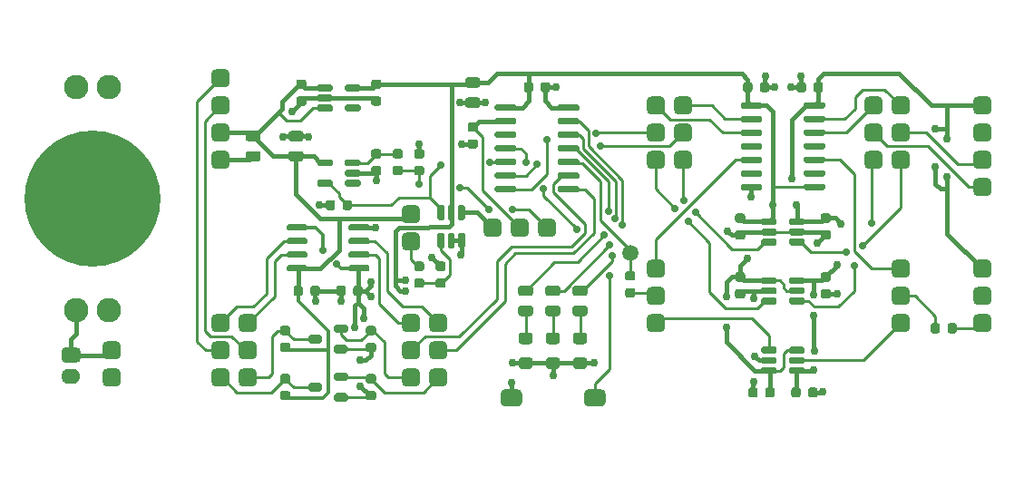
<source format=gbr>
%TF.GenerationSoftware,KiCad,Pcbnew,5.1.6*%
%TF.CreationDate,2020-06-13T14:07:02-07:00*%
%TF.ProjectId,pcb-lab-1,7063622d-6c61-4622-9d31-2e6b69636164,rev?*%
%TF.SameCoordinates,Original*%
%TF.FileFunction,Copper,L1,Top*%
%TF.FilePolarity,Positive*%
%FSLAX46Y46*%
G04 Gerber Fmt 4.6, Leading zero omitted, Abs format (unit mm)*
G04 Created by KiCad (PCBNEW 5.1.6) date 2020-06-13 14:07:02*
%MOMM*%
%LPD*%
G01*
G04 APERTURE LIST*
%TA.AperFunction,ComponentPad*%
%ADD10C,2.286000*%
%TD*%
%TA.AperFunction,SMDPad,CuDef*%
%ADD11C,12.700000*%
%TD*%
%TA.AperFunction,ComponentPad*%
%ADD12C,1.500000*%
%TD*%
%TA.AperFunction,ComponentPad*%
%ADD13O,1.778000X1.397000*%
%TD*%
%TA.AperFunction,ViaPad*%
%ADD14C,0.762000*%
%TD*%
%TA.AperFunction,ViaPad*%
%ADD15C,0.711200*%
%TD*%
%TA.AperFunction,Conductor*%
%ADD16C,0.406400*%
%TD*%
%TA.AperFunction,Conductor*%
%ADD17C,0.304800*%
%TD*%
%TA.AperFunction,Conductor*%
%ADD18C,0.254000*%
%TD*%
G04 APERTURE END LIST*
D10*
%TO.P,BT1,1*%
%TO.N,VBAT*%
X114024000Y-74500000D03*
X110976000Y-74500000D03*
X114024000Y-95328000D03*
X110976000Y-95328000D03*
D11*
%TO.P,BT1,2*%
%TO.N,GND*%
X112500000Y-84914000D03*
%TD*%
%TO.P,C1,1*%
%TO.N,VBAT*%
%TA.AperFunction,SMDPad,CuDef*%
G36*
G01*
X127043750Y-78575000D02*
X127956250Y-78575000D01*
G75*
G02*
X128200000Y-78818750I0J-243750D01*
G01*
X128200000Y-79306250D01*
G75*
G02*
X127956250Y-79550000I-243750J0D01*
G01*
X127043750Y-79550000D01*
G75*
G02*
X126800000Y-79306250I0J243750D01*
G01*
X126800000Y-78818750D01*
G75*
G02*
X127043750Y-78575000I243750J0D01*
G01*
G37*
%TD.AperFunction*%
%TO.P,C1,2*%
%TO.N,GND*%
%TA.AperFunction,SMDPad,CuDef*%
G36*
G01*
X127043750Y-80450000D02*
X127956250Y-80450000D01*
G75*
G02*
X128200000Y-80693750I0J-243750D01*
G01*
X128200000Y-81181250D01*
G75*
G02*
X127956250Y-81425000I-243750J0D01*
G01*
X127043750Y-81425000D01*
G75*
G02*
X126800000Y-81181250I0J243750D01*
G01*
X126800000Y-80693750D01*
G75*
G02*
X127043750Y-80450000I243750J0D01*
G01*
G37*
%TD.AperFunction*%
%TD*%
%TO.P,C2,1*%
%TO.N,VBAT*%
%TA.AperFunction,SMDPad,CuDef*%
G36*
G01*
X131743750Y-73775000D02*
X132256250Y-73775000D01*
G75*
G02*
X132475000Y-73993750I0J-218750D01*
G01*
X132475000Y-74431250D01*
G75*
G02*
X132256250Y-74650000I-218750J0D01*
G01*
X131743750Y-74650000D01*
G75*
G02*
X131525000Y-74431250I0J218750D01*
G01*
X131525000Y-73993750D01*
G75*
G02*
X131743750Y-73775000I218750J0D01*
G01*
G37*
%TD.AperFunction*%
%TO.P,C2,2*%
%TO.N,GND*%
%TA.AperFunction,SMDPad,CuDef*%
G36*
G01*
X131743750Y-75350000D02*
X132256250Y-75350000D01*
G75*
G02*
X132475000Y-75568750I0J-218750D01*
G01*
X132475000Y-76006250D01*
G75*
G02*
X132256250Y-76225000I-218750J0D01*
G01*
X131743750Y-76225000D01*
G75*
G02*
X131525000Y-76006250I0J218750D01*
G01*
X131525000Y-75568750D01*
G75*
G02*
X131743750Y-75350000I218750J0D01*
G01*
G37*
%TD.AperFunction*%
%TD*%
%TO.P,C3,2*%
%TO.N,GND*%
%TA.AperFunction,SMDPad,CuDef*%
G36*
G01*
X138743750Y-75350000D02*
X139256250Y-75350000D01*
G75*
G02*
X139475000Y-75568750I0J-218750D01*
G01*
X139475000Y-76006250D01*
G75*
G02*
X139256250Y-76225000I-218750J0D01*
G01*
X138743750Y-76225000D01*
G75*
G02*
X138525000Y-76006250I0J218750D01*
G01*
X138525000Y-75568750D01*
G75*
G02*
X138743750Y-75350000I218750J0D01*
G01*
G37*
%TD.AperFunction*%
%TO.P,C3,1*%
%TO.N,2V5*%
%TA.AperFunction,SMDPad,CuDef*%
G36*
G01*
X138743750Y-73775000D02*
X139256250Y-73775000D01*
G75*
G02*
X139475000Y-73993750I0J-218750D01*
G01*
X139475000Y-74431250D01*
G75*
G02*
X139256250Y-74650000I-218750J0D01*
G01*
X138743750Y-74650000D01*
G75*
G02*
X138525000Y-74431250I0J218750D01*
G01*
X138525000Y-73993750D01*
G75*
G02*
X138743750Y-73775000I218750J0D01*
G01*
G37*
%TD.AperFunction*%
%TD*%
%TO.P,C4,1*%
%TO.N,2V5*%
%TA.AperFunction,SMDPad,CuDef*%
G36*
G01*
X152775000Y-74756250D02*
X152775000Y-74243750D01*
G75*
G02*
X152993750Y-74025000I218750J0D01*
G01*
X153431250Y-74025000D01*
G75*
G02*
X153650000Y-74243750I0J-218750D01*
G01*
X153650000Y-74756250D01*
G75*
G02*
X153431250Y-74975000I-218750J0D01*
G01*
X152993750Y-74975000D01*
G75*
G02*
X152775000Y-74756250I0J218750D01*
G01*
G37*
%TD.AperFunction*%
%TO.P,C4,2*%
%TO.N,GND*%
%TA.AperFunction,SMDPad,CuDef*%
G36*
G01*
X154350000Y-74756250D02*
X154350000Y-74243750D01*
G75*
G02*
X154568750Y-74025000I218750J0D01*
G01*
X155006250Y-74025000D01*
G75*
G02*
X155225000Y-74243750I0J-218750D01*
G01*
X155225000Y-74756250D01*
G75*
G02*
X155006250Y-74975000I-218750J0D01*
G01*
X154568750Y-74975000D01*
G75*
G02*
X154350000Y-74756250I0J218750D01*
G01*
G37*
%TD.AperFunction*%
%TD*%
%TO.P,C5,2*%
%TO.N,GND*%
%TA.AperFunction,SMDPad,CuDef*%
G36*
G01*
X131956250Y-79550000D02*
X131043750Y-79550000D01*
G75*
G02*
X130800000Y-79306250I0J243750D01*
G01*
X130800000Y-78818750D01*
G75*
G02*
X131043750Y-78575000I243750J0D01*
G01*
X131956250Y-78575000D01*
G75*
G02*
X132200000Y-78818750I0J-243750D01*
G01*
X132200000Y-79306250D01*
G75*
G02*
X131956250Y-79550000I-243750J0D01*
G01*
G37*
%TD.AperFunction*%
%TO.P,C5,1*%
%TO.N,VBAT*%
%TA.AperFunction,SMDPad,CuDef*%
G36*
G01*
X131956250Y-81425000D02*
X131043750Y-81425000D01*
G75*
G02*
X130800000Y-81181250I0J243750D01*
G01*
X130800000Y-80693750D01*
G75*
G02*
X131043750Y-80450000I243750J0D01*
G01*
X131956250Y-80450000D01*
G75*
G02*
X132200000Y-80693750I0J-243750D01*
G01*
X132200000Y-81181250D01*
G75*
G02*
X131956250Y-81425000I-243750J0D01*
G01*
G37*
%TD.AperFunction*%
%TD*%
%TO.P,C6,1*%
%TO.N,Net-(C6-Pad1)*%
%TA.AperFunction,SMDPad,CuDef*%
G36*
G01*
X138743750Y-80275000D02*
X139256250Y-80275000D01*
G75*
G02*
X139475000Y-80493750I0J-218750D01*
G01*
X139475000Y-80931250D01*
G75*
G02*
X139256250Y-81150000I-218750J0D01*
G01*
X138743750Y-81150000D01*
G75*
G02*
X138525000Y-80931250I0J218750D01*
G01*
X138525000Y-80493750D01*
G75*
G02*
X138743750Y-80275000I218750J0D01*
G01*
G37*
%TD.AperFunction*%
%TO.P,C6,2*%
%TO.N,GND*%
%TA.AperFunction,SMDPad,CuDef*%
G36*
G01*
X138743750Y-81850000D02*
X139256250Y-81850000D01*
G75*
G02*
X139475000Y-82068750I0J-218750D01*
G01*
X139475000Y-82506250D01*
G75*
G02*
X139256250Y-82725000I-218750J0D01*
G01*
X138743750Y-82725000D01*
G75*
G02*
X138525000Y-82506250I0J218750D01*
G01*
X138525000Y-82068750D01*
G75*
G02*
X138743750Y-81850000I218750J0D01*
G01*
G37*
%TD.AperFunction*%
%TD*%
%TO.P,C7,2*%
%TO.N,GND*%
%TA.AperFunction,SMDPad,CuDef*%
G36*
G01*
X147743750Y-79350000D02*
X148256250Y-79350000D01*
G75*
G02*
X148475000Y-79568750I0J-218750D01*
G01*
X148475000Y-80006250D01*
G75*
G02*
X148256250Y-80225000I-218750J0D01*
G01*
X147743750Y-80225000D01*
G75*
G02*
X147525000Y-80006250I0J218750D01*
G01*
X147525000Y-79568750D01*
G75*
G02*
X147743750Y-79350000I218750J0D01*
G01*
G37*
%TD.AperFunction*%
%TO.P,C7,1*%
%TO.N,VBAT_ADC*%
%TA.AperFunction,SMDPad,CuDef*%
G36*
G01*
X147743750Y-77775000D02*
X148256250Y-77775000D01*
G75*
G02*
X148475000Y-77993750I0J-218750D01*
G01*
X148475000Y-78431250D01*
G75*
G02*
X148256250Y-78650000I-218750J0D01*
G01*
X147743750Y-78650000D01*
G75*
G02*
X147525000Y-78431250I0J218750D01*
G01*
X147525000Y-77993750D01*
G75*
G02*
X147743750Y-77775000I218750J0D01*
G01*
G37*
%TD.AperFunction*%
%TD*%
%TO.P,C10,1*%
%TO.N,2V5*%
%TA.AperFunction,SMDPad,CuDef*%
G36*
G01*
X173235000Y-74756250D02*
X173235000Y-74243750D01*
G75*
G02*
X173453750Y-74025000I218750J0D01*
G01*
X173891250Y-74025000D01*
G75*
G02*
X174110000Y-74243750I0J-218750D01*
G01*
X174110000Y-74756250D01*
G75*
G02*
X173891250Y-74975000I-218750J0D01*
G01*
X173453750Y-74975000D01*
G75*
G02*
X173235000Y-74756250I0J218750D01*
G01*
G37*
%TD.AperFunction*%
%TO.P,C10,2*%
%TO.N,GND*%
%TA.AperFunction,SMDPad,CuDef*%
G36*
G01*
X174810000Y-74756250D02*
X174810000Y-74243750D01*
G75*
G02*
X175028750Y-74025000I218750J0D01*
G01*
X175466250Y-74025000D01*
G75*
G02*
X175685000Y-74243750I0J-218750D01*
G01*
X175685000Y-74756250D01*
G75*
G02*
X175466250Y-74975000I-218750J0D01*
G01*
X175028750Y-74975000D01*
G75*
G02*
X174810000Y-74756250I0J218750D01*
G01*
G37*
%TD.AperFunction*%
%TD*%
%TO.P,C11,2*%
%TO.N,GND*%
%TA.AperFunction,SMDPad,CuDef*%
G36*
G01*
X179110000Y-74243750D02*
X179110000Y-74756250D01*
G75*
G02*
X178891250Y-74975000I-218750J0D01*
G01*
X178453750Y-74975000D01*
G75*
G02*
X178235000Y-74756250I0J218750D01*
G01*
X178235000Y-74243750D01*
G75*
G02*
X178453750Y-74025000I218750J0D01*
G01*
X178891250Y-74025000D01*
G75*
G02*
X179110000Y-74243750I0J-218750D01*
G01*
G37*
%TD.AperFunction*%
%TO.P,C11,1*%
%TO.N,5V*%
%TA.AperFunction,SMDPad,CuDef*%
G36*
G01*
X180685000Y-74243750D02*
X180685000Y-74756250D01*
G75*
G02*
X180466250Y-74975000I-218750J0D01*
G01*
X180028750Y-74975000D01*
G75*
G02*
X179810000Y-74756250I0J218750D01*
G01*
X179810000Y-74243750D01*
G75*
G02*
X180028750Y-74025000I218750J0D01*
G01*
X180466250Y-74025000D01*
G75*
G02*
X180685000Y-74243750I0J-218750D01*
G01*
G37*
%TD.AperFunction*%
%TD*%
%TO.P,C12,2*%
%TO.N,GND*%
%TA.AperFunction,SMDPad,CuDef*%
G36*
G01*
X172703750Y-87850000D02*
X173216250Y-87850000D01*
G75*
G02*
X173435000Y-88068750I0J-218750D01*
G01*
X173435000Y-88506250D01*
G75*
G02*
X173216250Y-88725000I-218750J0D01*
G01*
X172703750Y-88725000D01*
G75*
G02*
X172485000Y-88506250I0J218750D01*
G01*
X172485000Y-88068750D01*
G75*
G02*
X172703750Y-87850000I218750J0D01*
G01*
G37*
%TD.AperFunction*%
%TO.P,C12,1*%
%TO.N,2V5*%
%TA.AperFunction,SMDPad,CuDef*%
G36*
G01*
X172703750Y-86275000D02*
X173216250Y-86275000D01*
G75*
G02*
X173435000Y-86493750I0J-218750D01*
G01*
X173435000Y-86931250D01*
G75*
G02*
X173216250Y-87150000I-218750J0D01*
G01*
X172703750Y-87150000D01*
G75*
G02*
X172485000Y-86931250I0J218750D01*
G01*
X172485000Y-86493750D01*
G75*
G02*
X172703750Y-86275000I218750J0D01*
G01*
G37*
%TD.AperFunction*%
%TD*%
%TO.P,C13,2*%
%TO.N,GND*%
%TA.AperFunction,SMDPad,CuDef*%
G36*
G01*
X172703750Y-93350000D02*
X173216250Y-93350000D01*
G75*
G02*
X173435000Y-93568750I0J-218750D01*
G01*
X173435000Y-94006250D01*
G75*
G02*
X173216250Y-94225000I-218750J0D01*
G01*
X172703750Y-94225000D01*
G75*
G02*
X172485000Y-94006250I0J218750D01*
G01*
X172485000Y-93568750D01*
G75*
G02*
X172703750Y-93350000I218750J0D01*
G01*
G37*
%TD.AperFunction*%
%TO.P,C13,1*%
%TO.N,2V5*%
%TA.AperFunction,SMDPad,CuDef*%
G36*
G01*
X172703750Y-91775000D02*
X173216250Y-91775000D01*
G75*
G02*
X173435000Y-91993750I0J-218750D01*
G01*
X173435000Y-92431250D01*
G75*
G02*
X173216250Y-92650000I-218750J0D01*
G01*
X172703750Y-92650000D01*
G75*
G02*
X172485000Y-92431250I0J218750D01*
G01*
X172485000Y-91993750D01*
G75*
G02*
X172703750Y-91775000I218750J0D01*
G01*
G37*
%TD.AperFunction*%
%TD*%
%TO.P,C14,1*%
%TO.N,5V*%
%TA.AperFunction,SMDPad,CuDef*%
G36*
G01*
X180703750Y-86275000D02*
X181216250Y-86275000D01*
G75*
G02*
X181435000Y-86493750I0J-218750D01*
G01*
X181435000Y-86931250D01*
G75*
G02*
X181216250Y-87150000I-218750J0D01*
G01*
X180703750Y-87150000D01*
G75*
G02*
X180485000Y-86931250I0J218750D01*
G01*
X180485000Y-86493750D01*
G75*
G02*
X180703750Y-86275000I218750J0D01*
G01*
G37*
%TD.AperFunction*%
%TO.P,C14,2*%
%TO.N,GND*%
%TA.AperFunction,SMDPad,CuDef*%
G36*
G01*
X180703750Y-87850000D02*
X181216250Y-87850000D01*
G75*
G02*
X181435000Y-88068750I0J-218750D01*
G01*
X181435000Y-88506250D01*
G75*
G02*
X181216250Y-88725000I-218750J0D01*
G01*
X180703750Y-88725000D01*
G75*
G02*
X180485000Y-88506250I0J218750D01*
G01*
X180485000Y-88068750D01*
G75*
G02*
X180703750Y-87850000I218750J0D01*
G01*
G37*
%TD.AperFunction*%
%TD*%
%TO.P,C15,1*%
%TO.N,5V*%
%TA.AperFunction,SMDPad,CuDef*%
G36*
G01*
X180703750Y-91775000D02*
X181216250Y-91775000D01*
G75*
G02*
X181435000Y-91993750I0J-218750D01*
G01*
X181435000Y-92431250D01*
G75*
G02*
X181216250Y-92650000I-218750J0D01*
G01*
X180703750Y-92650000D01*
G75*
G02*
X180485000Y-92431250I0J218750D01*
G01*
X180485000Y-91993750D01*
G75*
G02*
X180703750Y-91775000I218750J0D01*
G01*
G37*
%TD.AperFunction*%
%TO.P,C15,2*%
%TO.N,GND*%
%TA.AperFunction,SMDPad,CuDef*%
G36*
G01*
X180703750Y-93350000D02*
X181216250Y-93350000D01*
G75*
G02*
X181435000Y-93568750I0J-218750D01*
G01*
X181435000Y-94006250D01*
G75*
G02*
X181216250Y-94225000I-218750J0D01*
G01*
X180703750Y-94225000D01*
G75*
G02*
X180485000Y-94006250I0J218750D01*
G01*
X180485000Y-93568750D01*
G75*
G02*
X180703750Y-93350000I218750J0D01*
G01*
G37*
%TD.AperFunction*%
%TD*%
%TO.P,C20,1*%
%TO.N,2V5*%
%TA.AperFunction,SMDPad,CuDef*%
G36*
G01*
X176185000Y-102743750D02*
X176185000Y-103256250D01*
G75*
G02*
X175966250Y-103475000I-218750J0D01*
G01*
X175528750Y-103475000D01*
G75*
G02*
X175310000Y-103256250I0J218750D01*
G01*
X175310000Y-102743750D01*
G75*
G02*
X175528750Y-102525000I218750J0D01*
G01*
X175966250Y-102525000D01*
G75*
G02*
X176185000Y-102743750I0J-218750D01*
G01*
G37*
%TD.AperFunction*%
%TO.P,C20,2*%
%TO.N,GND*%
%TA.AperFunction,SMDPad,CuDef*%
G36*
G01*
X174610000Y-102743750D02*
X174610000Y-103256250D01*
G75*
G02*
X174391250Y-103475000I-218750J0D01*
G01*
X173953750Y-103475000D01*
G75*
G02*
X173735000Y-103256250I0J218750D01*
G01*
X173735000Y-102743750D01*
G75*
G02*
X173953750Y-102525000I218750J0D01*
G01*
X174391250Y-102525000D01*
G75*
G02*
X174610000Y-102743750I0J-218750D01*
G01*
G37*
%TD.AperFunction*%
%TD*%
%TO.P,C21,2*%
%TO.N,GND*%
%TA.AperFunction,SMDPad,CuDef*%
G36*
G01*
X179310000Y-103256250D02*
X179310000Y-102743750D01*
G75*
G02*
X179528750Y-102525000I218750J0D01*
G01*
X179966250Y-102525000D01*
G75*
G02*
X180185000Y-102743750I0J-218750D01*
G01*
X180185000Y-103256250D01*
G75*
G02*
X179966250Y-103475000I-218750J0D01*
G01*
X179528750Y-103475000D01*
G75*
G02*
X179310000Y-103256250I0J218750D01*
G01*
G37*
%TD.AperFunction*%
%TO.P,C21,1*%
%TO.N,5V*%
%TA.AperFunction,SMDPad,CuDef*%
G36*
G01*
X177735000Y-103256250D02*
X177735000Y-102743750D01*
G75*
G02*
X177953750Y-102525000I218750J0D01*
G01*
X178391250Y-102525000D01*
G75*
G02*
X178610000Y-102743750I0J-218750D01*
G01*
X178610000Y-103256250D01*
G75*
G02*
X178391250Y-103475000I-218750J0D01*
G01*
X177953750Y-103475000D01*
G75*
G02*
X177735000Y-103256250I0J218750D01*
G01*
G37*
%TD.AperFunction*%
%TD*%
%TO.P,C30,2*%
%TO.N,GND*%
%TA.AperFunction,SMDPad,CuDef*%
G36*
G01*
X136150000Y-93243750D02*
X136150000Y-93756250D01*
G75*
G02*
X135931250Y-93975000I-218750J0D01*
G01*
X135493750Y-93975000D01*
G75*
G02*
X135275000Y-93756250I0J218750D01*
G01*
X135275000Y-93243750D01*
G75*
G02*
X135493750Y-93025000I218750J0D01*
G01*
X135931250Y-93025000D01*
G75*
G02*
X136150000Y-93243750I0J-218750D01*
G01*
G37*
%TD.AperFunction*%
%TO.P,C30,1*%
%TO.N,2V5*%
%TA.AperFunction,SMDPad,CuDef*%
G36*
G01*
X137725000Y-93243750D02*
X137725000Y-93756250D01*
G75*
G02*
X137506250Y-93975000I-218750J0D01*
G01*
X137068750Y-93975000D01*
G75*
G02*
X136850000Y-93756250I0J218750D01*
G01*
X136850000Y-93243750D01*
G75*
G02*
X137068750Y-93025000I218750J0D01*
G01*
X137506250Y-93025000D01*
G75*
G02*
X137725000Y-93243750I0J-218750D01*
G01*
G37*
%TD.AperFunction*%
%TD*%
%TO.P,C31,1*%
%TO.N,VBAT*%
%TA.AperFunction,SMDPad,CuDef*%
G36*
G01*
X131275000Y-93756250D02*
X131275000Y-93243750D01*
G75*
G02*
X131493750Y-93025000I218750J0D01*
G01*
X131931250Y-93025000D01*
G75*
G02*
X132150000Y-93243750I0J-218750D01*
G01*
X132150000Y-93756250D01*
G75*
G02*
X131931250Y-93975000I-218750J0D01*
G01*
X131493750Y-93975000D01*
G75*
G02*
X131275000Y-93756250I0J218750D01*
G01*
G37*
%TD.AperFunction*%
%TO.P,C31,2*%
%TO.N,GND*%
%TA.AperFunction,SMDPad,CuDef*%
G36*
G01*
X132850000Y-93756250D02*
X132850000Y-93243750D01*
G75*
G02*
X133068750Y-93025000I218750J0D01*
G01*
X133506250Y-93025000D01*
G75*
G02*
X133725000Y-93243750I0J-218750D01*
G01*
X133725000Y-93756250D01*
G75*
G02*
X133506250Y-93975000I-218750J0D01*
G01*
X133068750Y-93975000D01*
G75*
G02*
X132850000Y-93756250I0J218750D01*
G01*
G37*
%TD.AperFunction*%
%TD*%
%TO.P,D1,1*%
%TO.N,Net-(D1-Pad1)*%
%TA.AperFunction,SMDPad,CuDef*%
G36*
G01*
X158476250Y-95865000D02*
X157563750Y-95865000D01*
G75*
G02*
X157320000Y-95621250I0J243750D01*
G01*
X157320000Y-95133750D01*
G75*
G02*
X157563750Y-94890000I243750J0D01*
G01*
X158476250Y-94890000D01*
G75*
G02*
X158720000Y-95133750I0J-243750D01*
G01*
X158720000Y-95621250D01*
G75*
G02*
X158476250Y-95865000I-243750J0D01*
G01*
G37*
%TD.AperFunction*%
%TO.P,D1,2*%
%TO.N,Net-(D1-Pad2)*%
%TA.AperFunction,SMDPad,CuDef*%
G36*
G01*
X158476250Y-93990000D02*
X157563750Y-93990000D01*
G75*
G02*
X157320000Y-93746250I0J243750D01*
G01*
X157320000Y-93258750D01*
G75*
G02*
X157563750Y-93015000I243750J0D01*
G01*
X158476250Y-93015000D01*
G75*
G02*
X158720000Y-93258750I0J-243750D01*
G01*
X158720000Y-93746250D01*
G75*
G02*
X158476250Y-93990000I-243750J0D01*
G01*
G37*
%TD.AperFunction*%
%TD*%
%TO.P,D2,1*%
%TO.N,Net-(D2-Pad1)*%
%TA.AperFunction,SMDPad,CuDef*%
G36*
G01*
X155936250Y-95865000D02*
X155023750Y-95865000D01*
G75*
G02*
X154780000Y-95621250I0J243750D01*
G01*
X154780000Y-95133750D01*
G75*
G02*
X155023750Y-94890000I243750J0D01*
G01*
X155936250Y-94890000D01*
G75*
G02*
X156180000Y-95133750I0J-243750D01*
G01*
X156180000Y-95621250D01*
G75*
G02*
X155936250Y-95865000I-243750J0D01*
G01*
G37*
%TD.AperFunction*%
%TO.P,D2,2*%
%TO.N,Net-(D2-Pad2)*%
%TA.AperFunction,SMDPad,CuDef*%
G36*
G01*
X155936250Y-93990000D02*
X155023750Y-93990000D01*
G75*
G02*
X154780000Y-93746250I0J243750D01*
G01*
X154780000Y-93258750D01*
G75*
G02*
X155023750Y-93015000I243750J0D01*
G01*
X155936250Y-93015000D01*
G75*
G02*
X156180000Y-93258750I0J-243750D01*
G01*
X156180000Y-93746250D01*
G75*
G02*
X155936250Y-93990000I-243750J0D01*
G01*
G37*
%TD.AperFunction*%
%TD*%
%TO.P,D3,2*%
%TO.N,Net-(D3-Pad2)*%
%TA.AperFunction,SMDPad,CuDef*%
G36*
G01*
X153396250Y-93990000D02*
X152483750Y-93990000D01*
G75*
G02*
X152240000Y-93746250I0J243750D01*
G01*
X152240000Y-93258750D01*
G75*
G02*
X152483750Y-93015000I243750J0D01*
G01*
X153396250Y-93015000D01*
G75*
G02*
X153640000Y-93258750I0J-243750D01*
G01*
X153640000Y-93746250D01*
G75*
G02*
X153396250Y-93990000I-243750J0D01*
G01*
G37*
%TD.AperFunction*%
%TO.P,D3,1*%
%TO.N,Net-(D3-Pad1)*%
%TA.AperFunction,SMDPad,CuDef*%
G36*
G01*
X153396250Y-95865000D02*
X152483750Y-95865000D01*
G75*
G02*
X152240000Y-95621250I0J243750D01*
G01*
X152240000Y-95133750D01*
G75*
G02*
X152483750Y-94890000I243750J0D01*
G01*
X153396250Y-94890000D01*
G75*
G02*
X153640000Y-95133750I0J-243750D01*
G01*
X153640000Y-95621250D01*
G75*
G02*
X153396250Y-95865000I-243750J0D01*
G01*
G37*
%TD.AperFunction*%
%TD*%
%TO.P,J1,1*%
%TO.N,VBAT*%
%TA.AperFunction,ComponentPad*%
G36*
G01*
X115150000Y-98635000D02*
X115150000Y-99485000D01*
G75*
G02*
X114725000Y-99910000I-425000J0D01*
G01*
X113875000Y-99910000D01*
G75*
G02*
X113450000Y-99485000I0J425000D01*
G01*
X113450000Y-98635000D01*
G75*
G02*
X113875000Y-98210000I425000J0D01*
G01*
X114725000Y-98210000D01*
G75*
G02*
X115150000Y-98635000I0J-425000D01*
G01*
G37*
%TD.AperFunction*%
%TO.P,J1,2*%
%TO.N,GND*%
%TA.AperFunction,ComponentPad*%
G36*
G01*
X115150000Y-101175000D02*
X115150000Y-102025000D01*
G75*
G02*
X114725000Y-102450000I-425000J0D01*
G01*
X113875000Y-102450000D01*
G75*
G02*
X113450000Y-102025000I0J425000D01*
G01*
X113450000Y-101175000D01*
G75*
G02*
X113875000Y-100750000I425000J0D01*
G01*
X114725000Y-100750000D01*
G75*
G02*
X115150000Y-101175000I0J-425000D01*
G01*
G37*
%TD.AperFunction*%
%TD*%
D12*
%TO.P,J2,1*%
%TO.N,Net-(J2-Pad1)*%
X162700000Y-90000000D03*
%TD*%
%TO.P,J18,1*%
%TO.N,5V*%
%TA.AperFunction,ComponentPad*%
G36*
G01*
X196430000Y-75775000D02*
X196430000Y-76625000D01*
G75*
G02*
X196005000Y-77050000I-425000J0D01*
G01*
X195155000Y-77050000D01*
G75*
G02*
X194730000Y-76625000I0J425000D01*
G01*
X194730000Y-75775000D01*
G75*
G02*
X195155000Y-75350000I425000J0D01*
G01*
X196005000Y-75350000D01*
G75*
G02*
X196430000Y-75775000I0J-425000D01*
G01*
G37*
%TD.AperFunction*%
%TO.P,J18,2*%
%TO.N,GND*%
%TA.AperFunction,ComponentPad*%
G36*
G01*
X196430000Y-78315000D02*
X196430000Y-79165000D01*
G75*
G02*
X196005000Y-79590000I-425000J0D01*
G01*
X195155000Y-79590000D01*
G75*
G02*
X194730000Y-79165000I0J425000D01*
G01*
X194730000Y-78315000D01*
G75*
G02*
X195155000Y-77890000I425000J0D01*
G01*
X196005000Y-77890000D01*
G75*
G02*
X196430000Y-78315000I0J-425000D01*
G01*
G37*
%TD.AperFunction*%
%TO.P,J18,3*%
%TO.N,RX*%
%TA.AperFunction,ComponentPad*%
G36*
G01*
X196430000Y-80855000D02*
X196430000Y-81705000D01*
G75*
G02*
X196005000Y-82130000I-425000J0D01*
G01*
X195155000Y-82130000D01*
G75*
G02*
X194730000Y-81705000I0J425000D01*
G01*
X194730000Y-80855000D01*
G75*
G02*
X195155000Y-80430000I425000J0D01*
G01*
X196005000Y-80430000D01*
G75*
G02*
X196430000Y-80855000I0J-425000D01*
G01*
G37*
%TD.AperFunction*%
%TO.P,J18,4*%
%TO.N,TX*%
%TA.AperFunction,ComponentPad*%
G36*
G01*
X196430000Y-83395000D02*
X196430000Y-84245000D01*
G75*
G02*
X196005000Y-84670000I-425000J0D01*
G01*
X195155000Y-84670000D01*
G75*
G02*
X194730000Y-84245000I0J425000D01*
G01*
X194730000Y-83395000D01*
G75*
G02*
X195155000Y-82970000I425000J0D01*
G01*
X196005000Y-82970000D01*
G75*
G02*
X196430000Y-83395000I0J-425000D01*
G01*
G37*
%TD.AperFunction*%
%TD*%
%TO.P,J20,1*%
%TO.N,5V*%
%TA.AperFunction,ComponentPad*%
G36*
G01*
X196430000Y-91015000D02*
X196430000Y-91865000D01*
G75*
G02*
X196005000Y-92290000I-425000J0D01*
G01*
X195155000Y-92290000D01*
G75*
G02*
X194730000Y-91865000I0J425000D01*
G01*
X194730000Y-91015000D01*
G75*
G02*
X195155000Y-90590000I425000J0D01*
G01*
X196005000Y-90590000D01*
G75*
G02*
X196430000Y-91015000I0J-425000D01*
G01*
G37*
%TD.AperFunction*%
%TO.P,J20,2*%
%TO.N,GND*%
%TA.AperFunction,ComponentPad*%
G36*
G01*
X196430000Y-93555000D02*
X196430000Y-94405000D01*
G75*
G02*
X196005000Y-94830000I-425000J0D01*
G01*
X195155000Y-94830000D01*
G75*
G02*
X194730000Y-94405000I0J425000D01*
G01*
X194730000Y-93555000D01*
G75*
G02*
X195155000Y-93130000I425000J0D01*
G01*
X196005000Y-93130000D01*
G75*
G02*
X196430000Y-93555000I0J-425000D01*
G01*
G37*
%TD.AperFunction*%
%TO.P,J20,3*%
%TO.N,Net-(J20-Pad3)*%
%TA.AperFunction,ComponentPad*%
G36*
G01*
X196430000Y-96095000D02*
X196430000Y-96945000D01*
G75*
G02*
X196005000Y-97370000I-425000J0D01*
G01*
X195155000Y-97370000D01*
G75*
G02*
X194730000Y-96945000I0J425000D01*
G01*
X194730000Y-96095000D01*
G75*
G02*
X195155000Y-95670000I425000J0D01*
G01*
X196005000Y-95670000D01*
G75*
G02*
X196430000Y-96095000I0J-425000D01*
G01*
G37*
%TD.AperFunction*%
%TD*%
%TO.P,JD1,4*%
%TO.N,GND*%
%TA.AperFunction,ComponentPad*%
G36*
G01*
X125310000Y-80855000D02*
X125310000Y-81705000D01*
G75*
G02*
X124885000Y-82130000I-425000J0D01*
G01*
X124035000Y-82130000D01*
G75*
G02*
X123610000Y-81705000I0J425000D01*
G01*
X123610000Y-80855000D01*
G75*
G02*
X124035000Y-80430000I425000J0D01*
G01*
X124885000Y-80430000D01*
G75*
G02*
X125310000Y-80855000I0J-425000D01*
G01*
G37*
%TD.AperFunction*%
%TO.P,JD1,3*%
%TO.N,VBAT*%
%TA.AperFunction,ComponentPad*%
G36*
G01*
X125310000Y-78315000D02*
X125310000Y-79165000D01*
G75*
G02*
X124885000Y-79590000I-425000J0D01*
G01*
X124035000Y-79590000D01*
G75*
G02*
X123610000Y-79165000I0J425000D01*
G01*
X123610000Y-78315000D01*
G75*
G02*
X124035000Y-77890000I425000J0D01*
G01*
X124885000Y-77890000D01*
G75*
G02*
X125310000Y-78315000I0J-425000D01*
G01*
G37*
%TD.AperFunction*%
%TO.P,JD1,2*%
%TO.N,SCL*%
%TA.AperFunction,ComponentPad*%
G36*
G01*
X125310000Y-75775000D02*
X125310000Y-76625000D01*
G75*
G02*
X124885000Y-77050000I-425000J0D01*
G01*
X124035000Y-77050000D01*
G75*
G02*
X123610000Y-76625000I0J425000D01*
G01*
X123610000Y-75775000D01*
G75*
G02*
X124035000Y-75350000I425000J0D01*
G01*
X124885000Y-75350000D01*
G75*
G02*
X125310000Y-75775000I0J-425000D01*
G01*
G37*
%TD.AperFunction*%
%TO.P,JD1,1*%
%TO.N,SDA*%
%TA.AperFunction,ComponentPad*%
G36*
G01*
X125310000Y-73235000D02*
X125310000Y-74085000D01*
G75*
G02*
X124885000Y-74510000I-425000J0D01*
G01*
X124035000Y-74510000D01*
G75*
G02*
X123610000Y-74085000I0J425000D01*
G01*
X123610000Y-73235000D01*
G75*
G02*
X124035000Y-72810000I425000J0D01*
G01*
X124885000Y-72810000D01*
G75*
G02*
X125310000Y-73235000I0J-425000D01*
G01*
G37*
%TD.AperFunction*%
%TD*%
%TO.P,JP20,1*%
%TO.N,UPDI_2V5_A*%
%TA.AperFunction,ComponentPad*%
G36*
G01*
X165950000Y-91015000D02*
X165950000Y-91865000D01*
G75*
G02*
X165525000Y-92290000I-425000J0D01*
G01*
X164675000Y-92290000D01*
G75*
G02*
X164250000Y-91865000I0J425000D01*
G01*
X164250000Y-91015000D01*
G75*
G02*
X164675000Y-90590000I425000J0D01*
G01*
X165525000Y-90590000D01*
G75*
G02*
X165950000Y-91015000I0J-425000D01*
G01*
G37*
%TD.AperFunction*%
%TO.P,JP20,2*%
%TO.N,UPDI_2V5*%
%TA.AperFunction,ComponentPad*%
G36*
G01*
X165950000Y-93555000D02*
X165950000Y-94405000D01*
G75*
G02*
X165525000Y-94830000I-425000J0D01*
G01*
X164675000Y-94830000D01*
G75*
G02*
X164250000Y-94405000I0J425000D01*
G01*
X164250000Y-93555000D01*
G75*
G02*
X164675000Y-93130000I425000J0D01*
G01*
X165525000Y-93130000D01*
G75*
G02*
X165950000Y-93555000I0J-425000D01*
G01*
G37*
%TD.AperFunction*%
%TO.P,JP20,3*%
%TO.N,UPDI_2V5_B*%
%TA.AperFunction,ComponentPad*%
G36*
G01*
X165950000Y-96095000D02*
X165950000Y-96945000D01*
G75*
G02*
X165525000Y-97370000I-425000J0D01*
G01*
X164675000Y-97370000D01*
G75*
G02*
X164250000Y-96945000I0J425000D01*
G01*
X164250000Y-96095000D01*
G75*
G02*
X164675000Y-95670000I425000J0D01*
G01*
X165525000Y-95670000D01*
G75*
G02*
X165950000Y-96095000I0J-425000D01*
G01*
G37*
%TD.AperFunction*%
%TD*%
%TO.P,JP21,1*%
%TO.N,UPDI_A*%
%TA.AperFunction,ComponentPad*%
G36*
G01*
X188810000Y-91015000D02*
X188810000Y-91865000D01*
G75*
G02*
X188385000Y-92290000I-425000J0D01*
G01*
X187535000Y-92290000D01*
G75*
G02*
X187110000Y-91865000I0J425000D01*
G01*
X187110000Y-91015000D01*
G75*
G02*
X187535000Y-90590000I425000J0D01*
G01*
X188385000Y-90590000D01*
G75*
G02*
X188810000Y-91015000I0J-425000D01*
G01*
G37*
%TD.AperFunction*%
%TO.P,JP21,2*%
%TO.N,UPDI*%
%TA.AperFunction,ComponentPad*%
G36*
G01*
X188810000Y-93555000D02*
X188810000Y-94405000D01*
G75*
G02*
X188385000Y-94830000I-425000J0D01*
G01*
X187535000Y-94830000D01*
G75*
G02*
X187110000Y-94405000I0J425000D01*
G01*
X187110000Y-93555000D01*
G75*
G02*
X187535000Y-93130000I425000J0D01*
G01*
X188385000Y-93130000D01*
G75*
G02*
X188810000Y-93555000I0J-425000D01*
G01*
G37*
%TD.AperFunction*%
%TO.P,JP21,3*%
%TO.N,UPDI_B*%
%TA.AperFunction,ComponentPad*%
G36*
G01*
X188810000Y-96095000D02*
X188810000Y-96945000D01*
G75*
G02*
X188385000Y-97370000I-425000J0D01*
G01*
X187535000Y-97370000D01*
G75*
G02*
X187110000Y-96945000I0J425000D01*
G01*
X187110000Y-96095000D01*
G75*
G02*
X187535000Y-95670000I425000J0D01*
G01*
X188385000Y-95670000D01*
G75*
G02*
X188810000Y-96095000I0J-425000D01*
G01*
G37*
%TD.AperFunction*%
%TD*%
%TO.P,JP30,1*%
%TO.N,SCL_2V5_A*%
%TA.AperFunction,ComponentPad*%
G36*
G01*
X143090000Y-96095000D02*
X143090000Y-96945000D01*
G75*
G02*
X142665000Y-97370000I-425000J0D01*
G01*
X141815000Y-97370000D01*
G75*
G02*
X141390000Y-96945000I0J425000D01*
G01*
X141390000Y-96095000D01*
G75*
G02*
X141815000Y-95670000I425000J0D01*
G01*
X142665000Y-95670000D01*
G75*
G02*
X143090000Y-96095000I0J-425000D01*
G01*
G37*
%TD.AperFunction*%
%TO.P,JP30,2*%
%TO.N,SCL_2V5*%
%TA.AperFunction,ComponentPad*%
G36*
G01*
X143090000Y-98635000D02*
X143090000Y-99485000D01*
G75*
G02*
X142665000Y-99910000I-425000J0D01*
G01*
X141815000Y-99910000D01*
G75*
G02*
X141390000Y-99485000I0J425000D01*
G01*
X141390000Y-98635000D01*
G75*
G02*
X141815000Y-98210000I425000J0D01*
G01*
X142665000Y-98210000D01*
G75*
G02*
X143090000Y-98635000I0J-425000D01*
G01*
G37*
%TD.AperFunction*%
%TO.P,JP30,3*%
%TO.N,SCL_2V5_B*%
%TA.AperFunction,ComponentPad*%
G36*
G01*
X143090000Y-101175000D02*
X143090000Y-102025000D01*
G75*
G02*
X142665000Y-102450000I-425000J0D01*
G01*
X141815000Y-102450000D01*
G75*
G02*
X141390000Y-102025000I0J425000D01*
G01*
X141390000Y-101175000D01*
G75*
G02*
X141815000Y-100750000I425000J0D01*
G01*
X142665000Y-100750000D01*
G75*
G02*
X143090000Y-101175000I0J-425000D01*
G01*
G37*
%TD.AperFunction*%
%TD*%
%TO.P,JP31,3*%
%TO.N,SDA_2V5_B*%
%TA.AperFunction,ComponentPad*%
G36*
G01*
X145630000Y-101175000D02*
X145630000Y-102025000D01*
G75*
G02*
X145205000Y-102450000I-425000J0D01*
G01*
X144355000Y-102450000D01*
G75*
G02*
X143930000Y-102025000I0J425000D01*
G01*
X143930000Y-101175000D01*
G75*
G02*
X144355000Y-100750000I425000J0D01*
G01*
X145205000Y-100750000D01*
G75*
G02*
X145630000Y-101175000I0J-425000D01*
G01*
G37*
%TD.AperFunction*%
%TO.P,JP31,2*%
%TO.N,SDA_2V5*%
%TA.AperFunction,ComponentPad*%
G36*
G01*
X145630000Y-98635000D02*
X145630000Y-99485000D01*
G75*
G02*
X145205000Y-99910000I-425000J0D01*
G01*
X144355000Y-99910000D01*
G75*
G02*
X143930000Y-99485000I0J425000D01*
G01*
X143930000Y-98635000D01*
G75*
G02*
X144355000Y-98210000I425000J0D01*
G01*
X145205000Y-98210000D01*
G75*
G02*
X145630000Y-98635000I0J-425000D01*
G01*
G37*
%TD.AperFunction*%
%TO.P,JP31,1*%
%TO.N,SDA_2V5_A*%
%TA.AperFunction,ComponentPad*%
G36*
G01*
X145630000Y-96095000D02*
X145630000Y-96945000D01*
G75*
G02*
X145205000Y-97370000I-425000J0D01*
G01*
X144355000Y-97370000D01*
G75*
G02*
X143930000Y-96945000I0J425000D01*
G01*
X143930000Y-96095000D01*
G75*
G02*
X144355000Y-95670000I425000J0D01*
G01*
X145205000Y-95670000D01*
G75*
G02*
X145630000Y-96095000I0J-425000D01*
G01*
G37*
%TD.AperFunction*%
%TD*%
%TO.P,JP32,3*%
%TO.N,SCL_B*%
%TA.AperFunction,ComponentPad*%
G36*
G01*
X127850000Y-101175000D02*
X127850000Y-102025000D01*
G75*
G02*
X127425000Y-102450000I-425000J0D01*
G01*
X126575000Y-102450000D01*
G75*
G02*
X126150000Y-102025000I0J425000D01*
G01*
X126150000Y-101175000D01*
G75*
G02*
X126575000Y-100750000I425000J0D01*
G01*
X127425000Y-100750000D01*
G75*
G02*
X127850000Y-101175000I0J-425000D01*
G01*
G37*
%TD.AperFunction*%
%TO.P,JP32,2*%
%TO.N,SCL*%
%TA.AperFunction,ComponentPad*%
G36*
G01*
X127850000Y-98635000D02*
X127850000Y-99485000D01*
G75*
G02*
X127425000Y-99910000I-425000J0D01*
G01*
X126575000Y-99910000D01*
G75*
G02*
X126150000Y-99485000I0J425000D01*
G01*
X126150000Y-98635000D01*
G75*
G02*
X126575000Y-98210000I425000J0D01*
G01*
X127425000Y-98210000D01*
G75*
G02*
X127850000Y-98635000I0J-425000D01*
G01*
G37*
%TD.AperFunction*%
%TO.P,JP32,1*%
%TO.N,SCL_A*%
%TA.AperFunction,ComponentPad*%
G36*
G01*
X127850000Y-96095000D02*
X127850000Y-96945000D01*
G75*
G02*
X127425000Y-97370000I-425000J0D01*
G01*
X126575000Y-97370000D01*
G75*
G02*
X126150000Y-96945000I0J425000D01*
G01*
X126150000Y-96095000D01*
G75*
G02*
X126575000Y-95670000I425000J0D01*
G01*
X127425000Y-95670000D01*
G75*
G02*
X127850000Y-96095000I0J-425000D01*
G01*
G37*
%TD.AperFunction*%
%TD*%
%TO.P,JP33,3*%
%TO.N,SDA_B*%
%TA.AperFunction,ComponentPad*%
G36*
G01*
X125310000Y-101175000D02*
X125310000Y-102025000D01*
G75*
G02*
X124885000Y-102450000I-425000J0D01*
G01*
X124035000Y-102450000D01*
G75*
G02*
X123610000Y-102025000I0J425000D01*
G01*
X123610000Y-101175000D01*
G75*
G02*
X124035000Y-100750000I425000J0D01*
G01*
X124885000Y-100750000D01*
G75*
G02*
X125310000Y-101175000I0J-425000D01*
G01*
G37*
%TD.AperFunction*%
%TO.P,JP33,2*%
%TO.N,SDA*%
%TA.AperFunction,ComponentPad*%
G36*
G01*
X125310000Y-98635000D02*
X125310000Y-99485000D01*
G75*
G02*
X124885000Y-99910000I-425000J0D01*
G01*
X124035000Y-99910000D01*
G75*
G02*
X123610000Y-99485000I0J425000D01*
G01*
X123610000Y-98635000D01*
G75*
G02*
X124035000Y-98210000I425000J0D01*
G01*
X124885000Y-98210000D01*
G75*
G02*
X125310000Y-98635000I0J-425000D01*
G01*
G37*
%TD.AperFunction*%
%TO.P,JP33,1*%
%TO.N,SDA_A*%
%TA.AperFunction,ComponentPad*%
G36*
G01*
X125310000Y-96095000D02*
X125310000Y-96945000D01*
G75*
G02*
X124885000Y-97370000I-425000J0D01*
G01*
X124035000Y-97370000D01*
G75*
G02*
X123610000Y-96945000I0J425000D01*
G01*
X123610000Y-96095000D01*
G75*
G02*
X124035000Y-95670000I425000J0D01*
G01*
X124885000Y-95670000D01*
G75*
G02*
X125310000Y-96095000I0J-425000D01*
G01*
G37*
%TD.AperFunction*%
%TD*%
D13*
%TO.P,JST_PH_BAT1,2*%
%TO.N,GND*%
X110500000Y-101500000D03*
%TO.P,JST_PH_BAT1,1*%
%TO.N,VBAT*%
%TA.AperFunction,ComponentPad*%
G36*
G01*
X109960250Y-98801500D02*
X111039750Y-98801500D01*
G75*
G02*
X111389000Y-99150750I0J-349250D01*
G01*
X111389000Y-99849250D01*
G75*
G02*
X111039750Y-100198500I-349250J0D01*
G01*
X109960250Y-100198500D01*
G75*
G02*
X109611000Y-99849250I0J349250D01*
G01*
X109611000Y-99150750D01*
G75*
G02*
X109960250Y-98801500I349250J0D01*
G01*
G37*
%TD.AperFunction*%
%TD*%
%TO.P,Q30,3*%
%TO.N,SCL_B*%
%TA.AperFunction,SMDPad,CuDef*%
G36*
G01*
X133950000Y-97800000D02*
X133950000Y-98200000D01*
G75*
G02*
X133750000Y-98400000I-200000J0D01*
G01*
X132850000Y-98400000D01*
G75*
G02*
X132650000Y-98200000I0J200000D01*
G01*
X132650000Y-97800000D01*
G75*
G02*
X132850000Y-97600000I200000J0D01*
G01*
X133750000Y-97600000D01*
G75*
G02*
X133950000Y-97800000I0J-200000D01*
G01*
G37*
%TD.AperFunction*%
%TO.P,Q30,2*%
%TO.N,SCL_2V5_B*%
%TA.AperFunction,SMDPad,CuDef*%
G36*
G01*
X136350000Y-96850000D02*
X136350000Y-97250000D01*
G75*
G02*
X136150000Y-97450000I-200000J0D01*
G01*
X135250000Y-97450000D01*
G75*
G02*
X135050000Y-97250000I0J200000D01*
G01*
X135050000Y-96850000D01*
G75*
G02*
X135250000Y-96650000I200000J0D01*
G01*
X136150000Y-96650000D01*
G75*
G02*
X136350000Y-96850000I0J-200000D01*
G01*
G37*
%TD.AperFunction*%
%TO.P,Q30,1*%
%TO.N,2V5*%
%TA.AperFunction,SMDPad,CuDef*%
G36*
G01*
X136350000Y-98750000D02*
X136350000Y-99150000D01*
G75*
G02*
X136150000Y-99350000I-200000J0D01*
G01*
X135250000Y-99350000D01*
G75*
G02*
X135050000Y-99150000I0J200000D01*
G01*
X135050000Y-98750000D01*
G75*
G02*
X135250000Y-98550000I200000J0D01*
G01*
X136150000Y-98550000D01*
G75*
G02*
X136350000Y-98750000I0J-200000D01*
G01*
G37*
%TD.AperFunction*%
%TD*%
%TO.P,Q31,1*%
%TO.N,2V5*%
%TA.AperFunction,SMDPad,CuDef*%
G36*
G01*
X136350000Y-103250000D02*
X136350000Y-103650000D01*
G75*
G02*
X136150000Y-103850000I-200000J0D01*
G01*
X135250000Y-103850000D01*
G75*
G02*
X135050000Y-103650000I0J200000D01*
G01*
X135050000Y-103250000D01*
G75*
G02*
X135250000Y-103050000I200000J0D01*
G01*
X136150000Y-103050000D01*
G75*
G02*
X136350000Y-103250000I0J-200000D01*
G01*
G37*
%TD.AperFunction*%
%TO.P,Q31,2*%
%TO.N,SDA_2V5_B*%
%TA.AperFunction,SMDPad,CuDef*%
G36*
G01*
X136350000Y-101350000D02*
X136350000Y-101750000D01*
G75*
G02*
X136150000Y-101950000I-200000J0D01*
G01*
X135250000Y-101950000D01*
G75*
G02*
X135050000Y-101750000I0J200000D01*
G01*
X135050000Y-101350000D01*
G75*
G02*
X135250000Y-101150000I200000J0D01*
G01*
X136150000Y-101150000D01*
G75*
G02*
X136350000Y-101350000I0J-200000D01*
G01*
G37*
%TD.AperFunction*%
%TO.P,Q31,3*%
%TO.N,SDA_B*%
%TA.AperFunction,SMDPad,CuDef*%
G36*
G01*
X133950000Y-102300000D02*
X133950000Y-102700000D01*
G75*
G02*
X133750000Y-102900000I-200000J0D01*
G01*
X132850000Y-102900000D01*
G75*
G02*
X132650000Y-102700000I0J200000D01*
G01*
X132650000Y-102300000D01*
G75*
G02*
X132850000Y-102100000I200000J0D01*
G01*
X133750000Y-102100000D01*
G75*
G02*
X133950000Y-102300000I0J-200000D01*
G01*
G37*
%TD.AperFunction*%
%TD*%
%TO.P,R1,2*%
%TO.N,Net-(D1-Pad1)*%
%TA.AperFunction,SMDPad,CuDef*%
G36*
G01*
X158395000Y-98500000D02*
X157645000Y-98500000D01*
G75*
G02*
X157370000Y-98225000I0J275000D01*
G01*
X157370000Y-97675000D01*
G75*
G02*
X157645000Y-97400000I275000J0D01*
G01*
X158395000Y-97400000D01*
G75*
G02*
X158670000Y-97675000I0J-275000D01*
G01*
X158670000Y-98225000D01*
G75*
G02*
X158395000Y-98500000I-275000J0D01*
G01*
G37*
%TD.AperFunction*%
%TO.P,R1,1*%
%TO.N,GND*%
%TA.AperFunction,SMDPad,CuDef*%
G36*
G01*
X158395000Y-100800000D02*
X157645000Y-100800000D01*
G75*
G02*
X157370000Y-100525000I0J275000D01*
G01*
X157370000Y-99975000D01*
G75*
G02*
X157645000Y-99700000I275000J0D01*
G01*
X158395000Y-99700000D01*
G75*
G02*
X158670000Y-99975000I0J-275000D01*
G01*
X158670000Y-100525000D01*
G75*
G02*
X158395000Y-100800000I-275000J0D01*
G01*
G37*
%TD.AperFunction*%
%TD*%
%TO.P,R2,2*%
%TO.N,Net-(D2-Pad1)*%
%TA.AperFunction,SMDPad,CuDef*%
G36*
G01*
X155855000Y-98500000D02*
X155105000Y-98500000D01*
G75*
G02*
X154830000Y-98225000I0J275000D01*
G01*
X154830000Y-97675000D01*
G75*
G02*
X155105000Y-97400000I275000J0D01*
G01*
X155855000Y-97400000D01*
G75*
G02*
X156130000Y-97675000I0J-275000D01*
G01*
X156130000Y-98225000D01*
G75*
G02*
X155855000Y-98500000I-275000J0D01*
G01*
G37*
%TD.AperFunction*%
%TO.P,R2,1*%
%TO.N,GND*%
%TA.AperFunction,SMDPad,CuDef*%
G36*
G01*
X155855000Y-100800000D02*
X155105000Y-100800000D01*
G75*
G02*
X154830000Y-100525000I0J275000D01*
G01*
X154830000Y-99975000D01*
G75*
G02*
X155105000Y-99700000I275000J0D01*
G01*
X155855000Y-99700000D01*
G75*
G02*
X156130000Y-99975000I0J-275000D01*
G01*
X156130000Y-100525000D01*
G75*
G02*
X155855000Y-100800000I-275000J0D01*
G01*
G37*
%TD.AperFunction*%
%TD*%
%TO.P,R3,1*%
%TO.N,GND*%
%TA.AperFunction,SMDPad,CuDef*%
G36*
G01*
X153315000Y-100800000D02*
X152565000Y-100800000D01*
G75*
G02*
X152290000Y-100525000I0J275000D01*
G01*
X152290000Y-99975000D01*
G75*
G02*
X152565000Y-99700000I275000J0D01*
G01*
X153315000Y-99700000D01*
G75*
G02*
X153590000Y-99975000I0J-275000D01*
G01*
X153590000Y-100525000D01*
G75*
G02*
X153315000Y-100800000I-275000J0D01*
G01*
G37*
%TD.AperFunction*%
%TO.P,R3,2*%
%TO.N,Net-(D3-Pad1)*%
%TA.AperFunction,SMDPad,CuDef*%
G36*
G01*
X153315000Y-98500000D02*
X152565000Y-98500000D01*
G75*
G02*
X152290000Y-98225000I0J275000D01*
G01*
X152290000Y-97675000D01*
G75*
G02*
X152565000Y-97400000I275000J0D01*
G01*
X153315000Y-97400000D01*
G75*
G02*
X153590000Y-97675000I0J-275000D01*
G01*
X153590000Y-98225000D01*
G75*
G02*
X153315000Y-98500000I-275000J0D01*
G01*
G37*
%TD.AperFunction*%
%TD*%
%TO.P,R4,1*%
%TO.N,Net-(J2-Pad1)*%
%TA.AperFunction,SMDPad,CuDef*%
G36*
G01*
X162443750Y-91675000D02*
X162956250Y-91675000D01*
G75*
G02*
X163175000Y-91893750I0J-218750D01*
G01*
X163175000Y-92331250D01*
G75*
G02*
X162956250Y-92550000I-218750J0D01*
G01*
X162443750Y-92550000D01*
G75*
G02*
X162225000Y-92331250I0J218750D01*
G01*
X162225000Y-91893750D01*
G75*
G02*
X162443750Y-91675000I218750J0D01*
G01*
G37*
%TD.AperFunction*%
%TO.P,R4,2*%
%TO.N,UPDI_2V5*%
%TA.AperFunction,SMDPad,CuDef*%
G36*
G01*
X162443750Y-93250000D02*
X162956250Y-93250000D01*
G75*
G02*
X163175000Y-93468750I0J-218750D01*
G01*
X163175000Y-93906250D01*
G75*
G02*
X162956250Y-94125000I-218750J0D01*
G01*
X162443750Y-94125000D01*
G75*
G02*
X162225000Y-93906250I0J218750D01*
G01*
X162225000Y-93468750D01*
G75*
G02*
X162443750Y-93250000I218750J0D01*
G01*
G37*
%TD.AperFunction*%
%TD*%
%TO.P,R5,1*%
%TO.N,VCTRL*%
%TA.AperFunction,SMDPad,CuDef*%
G36*
G01*
X136725000Y-85243750D02*
X136725000Y-85756250D01*
G75*
G02*
X136506250Y-85975000I-218750J0D01*
G01*
X136068750Y-85975000D01*
G75*
G02*
X135850000Y-85756250I0J218750D01*
G01*
X135850000Y-85243750D01*
G75*
G02*
X136068750Y-85025000I218750J0D01*
G01*
X136506250Y-85025000D01*
G75*
G02*
X136725000Y-85243750I0J-218750D01*
G01*
G37*
%TD.AperFunction*%
%TO.P,R5,2*%
%TO.N,GND*%
%TA.AperFunction,SMDPad,CuDef*%
G36*
G01*
X135150000Y-85243750D02*
X135150000Y-85756250D01*
G75*
G02*
X134931250Y-85975000I-218750J0D01*
G01*
X134493750Y-85975000D01*
G75*
G02*
X134275000Y-85756250I0J218750D01*
G01*
X134275000Y-85243750D01*
G75*
G02*
X134493750Y-85025000I218750J0D01*
G01*
X134931250Y-85025000D01*
G75*
G02*
X135150000Y-85243750I0J-218750D01*
G01*
G37*
%TD.AperFunction*%
%TD*%
%TO.P,R6,2*%
%TO.N,VBAT_ADC_A*%
%TA.AperFunction,SMDPad,CuDef*%
G36*
G01*
X140743750Y-81850000D02*
X141256250Y-81850000D01*
G75*
G02*
X141475000Y-82068750I0J-218750D01*
G01*
X141475000Y-82506250D01*
G75*
G02*
X141256250Y-82725000I-218750J0D01*
G01*
X140743750Y-82725000D01*
G75*
G02*
X140525000Y-82506250I0J218750D01*
G01*
X140525000Y-82068750D01*
G75*
G02*
X140743750Y-81850000I218750J0D01*
G01*
G37*
%TD.AperFunction*%
%TO.P,R6,1*%
%TO.N,Net-(C6-Pad1)*%
%TA.AperFunction,SMDPad,CuDef*%
G36*
G01*
X140743750Y-80275000D02*
X141256250Y-80275000D01*
G75*
G02*
X141475000Y-80493750I0J-218750D01*
G01*
X141475000Y-80931250D01*
G75*
G02*
X141256250Y-81150000I-218750J0D01*
G01*
X140743750Y-81150000D01*
G75*
G02*
X140525000Y-80931250I0J218750D01*
G01*
X140525000Y-80493750D01*
G75*
G02*
X140743750Y-80275000I218750J0D01*
G01*
G37*
%TD.AperFunction*%
%TD*%
%TO.P,R7,1*%
%TO.N,VBAT_ADC_A*%
%TA.AperFunction,SMDPad,CuDef*%
G36*
G01*
X143256250Y-82725000D02*
X142743750Y-82725000D01*
G75*
G02*
X142525000Y-82506250I0J218750D01*
G01*
X142525000Y-82068750D01*
G75*
G02*
X142743750Y-81850000I218750J0D01*
G01*
X143256250Y-81850000D01*
G75*
G02*
X143475000Y-82068750I0J-218750D01*
G01*
X143475000Y-82506250D01*
G75*
G02*
X143256250Y-82725000I-218750J0D01*
G01*
G37*
%TD.AperFunction*%
%TO.P,R7,2*%
%TO.N,GND*%
%TA.AperFunction,SMDPad,CuDef*%
G36*
G01*
X143256250Y-81150000D02*
X142743750Y-81150000D01*
G75*
G02*
X142525000Y-80931250I0J218750D01*
G01*
X142525000Y-80493750D01*
G75*
G02*
X142743750Y-80275000I218750J0D01*
G01*
X143256250Y-80275000D01*
G75*
G02*
X143475000Y-80493750I0J-218750D01*
G01*
X143475000Y-80931250D01*
G75*
G02*
X143256250Y-81150000I-218750J0D01*
G01*
G37*
%TD.AperFunction*%
%TD*%
%TO.P,R20,2*%
%TO.N,Net-(J20-Pad3)*%
%TA.AperFunction,SMDPad,CuDef*%
G36*
G01*
X192310000Y-97256250D02*
X192310000Y-96743750D01*
G75*
G02*
X192528750Y-96525000I218750J0D01*
G01*
X192966250Y-96525000D01*
G75*
G02*
X193185000Y-96743750I0J-218750D01*
G01*
X193185000Y-97256250D01*
G75*
G02*
X192966250Y-97475000I-218750J0D01*
G01*
X192528750Y-97475000D01*
G75*
G02*
X192310000Y-97256250I0J218750D01*
G01*
G37*
%TD.AperFunction*%
%TO.P,R20,1*%
%TO.N,UPDI*%
%TA.AperFunction,SMDPad,CuDef*%
G36*
G01*
X190735000Y-97256250D02*
X190735000Y-96743750D01*
G75*
G02*
X190953750Y-96525000I218750J0D01*
G01*
X191391250Y-96525000D01*
G75*
G02*
X191610000Y-96743750I0J-218750D01*
G01*
X191610000Y-97256250D01*
G75*
G02*
X191391250Y-97475000I-218750J0D01*
G01*
X190953750Y-97475000D01*
G75*
G02*
X190735000Y-97256250I0J218750D01*
G01*
G37*
%TD.AperFunction*%
%TD*%
%TO.P,R30,2*%
%TO.N,SCL_2V5_B*%
%TA.AperFunction,SMDPad,CuDef*%
G36*
G01*
X138756250Y-97650000D02*
X138243750Y-97650000D01*
G75*
G02*
X138025000Y-97431250I0J218750D01*
G01*
X138025000Y-96993750D01*
G75*
G02*
X138243750Y-96775000I218750J0D01*
G01*
X138756250Y-96775000D01*
G75*
G02*
X138975000Y-96993750I0J-218750D01*
G01*
X138975000Y-97431250D01*
G75*
G02*
X138756250Y-97650000I-218750J0D01*
G01*
G37*
%TD.AperFunction*%
%TO.P,R30,1*%
%TO.N,2V5*%
%TA.AperFunction,SMDPad,CuDef*%
G36*
G01*
X138756250Y-99225000D02*
X138243750Y-99225000D01*
G75*
G02*
X138025000Y-99006250I0J218750D01*
G01*
X138025000Y-98568750D01*
G75*
G02*
X138243750Y-98350000I218750J0D01*
G01*
X138756250Y-98350000D01*
G75*
G02*
X138975000Y-98568750I0J-218750D01*
G01*
X138975000Y-99006250D01*
G75*
G02*
X138756250Y-99225000I-218750J0D01*
G01*
G37*
%TD.AperFunction*%
%TD*%
%TO.P,R31,1*%
%TO.N,VBAT*%
%TA.AperFunction,SMDPad,CuDef*%
G36*
G01*
X130756250Y-99225000D02*
X130243750Y-99225000D01*
G75*
G02*
X130025000Y-99006250I0J218750D01*
G01*
X130025000Y-98568750D01*
G75*
G02*
X130243750Y-98350000I218750J0D01*
G01*
X130756250Y-98350000D01*
G75*
G02*
X130975000Y-98568750I0J-218750D01*
G01*
X130975000Y-99006250D01*
G75*
G02*
X130756250Y-99225000I-218750J0D01*
G01*
G37*
%TD.AperFunction*%
%TO.P,R31,2*%
%TO.N,SCL_B*%
%TA.AperFunction,SMDPad,CuDef*%
G36*
G01*
X130756250Y-97650000D02*
X130243750Y-97650000D01*
G75*
G02*
X130025000Y-97431250I0J218750D01*
G01*
X130025000Y-96993750D01*
G75*
G02*
X130243750Y-96775000I218750J0D01*
G01*
X130756250Y-96775000D01*
G75*
G02*
X130975000Y-96993750I0J-218750D01*
G01*
X130975000Y-97431250D01*
G75*
G02*
X130756250Y-97650000I-218750J0D01*
G01*
G37*
%TD.AperFunction*%
%TD*%
%TO.P,R32,2*%
%TO.N,SDA_2V5_B*%
%TA.AperFunction,SMDPad,CuDef*%
G36*
G01*
X138756250Y-102150000D02*
X138243750Y-102150000D01*
G75*
G02*
X138025000Y-101931250I0J218750D01*
G01*
X138025000Y-101493750D01*
G75*
G02*
X138243750Y-101275000I218750J0D01*
G01*
X138756250Y-101275000D01*
G75*
G02*
X138975000Y-101493750I0J-218750D01*
G01*
X138975000Y-101931250D01*
G75*
G02*
X138756250Y-102150000I-218750J0D01*
G01*
G37*
%TD.AperFunction*%
%TO.P,R32,1*%
%TO.N,2V5*%
%TA.AperFunction,SMDPad,CuDef*%
G36*
G01*
X138756250Y-103725000D02*
X138243750Y-103725000D01*
G75*
G02*
X138025000Y-103506250I0J218750D01*
G01*
X138025000Y-103068750D01*
G75*
G02*
X138243750Y-102850000I218750J0D01*
G01*
X138756250Y-102850000D01*
G75*
G02*
X138975000Y-103068750I0J-218750D01*
G01*
X138975000Y-103506250D01*
G75*
G02*
X138756250Y-103725000I-218750J0D01*
G01*
G37*
%TD.AperFunction*%
%TD*%
%TO.P,R33,1*%
%TO.N,VBAT*%
%TA.AperFunction,SMDPad,CuDef*%
G36*
G01*
X130756250Y-103725000D02*
X130243750Y-103725000D01*
G75*
G02*
X130025000Y-103506250I0J218750D01*
G01*
X130025000Y-103068750D01*
G75*
G02*
X130243750Y-102850000I218750J0D01*
G01*
X130756250Y-102850000D01*
G75*
G02*
X130975000Y-103068750I0J-218750D01*
G01*
X130975000Y-103506250D01*
G75*
G02*
X130756250Y-103725000I-218750J0D01*
G01*
G37*
%TD.AperFunction*%
%TO.P,R33,2*%
%TO.N,SDA_B*%
%TA.AperFunction,SMDPad,CuDef*%
G36*
G01*
X130756250Y-102150000D02*
X130243750Y-102150000D01*
G75*
G02*
X130025000Y-101931250I0J218750D01*
G01*
X130025000Y-101493750D01*
G75*
G02*
X130243750Y-101275000I218750J0D01*
G01*
X130756250Y-101275000D01*
G75*
G02*
X130975000Y-101493750I0J-218750D01*
G01*
X130975000Y-101931250D01*
G75*
G02*
X130756250Y-102150000I-218750J0D01*
G01*
G37*
%TD.AperFunction*%
%TD*%
%TO.P,SW1,2*%
%TO.N,Net-(SW1-Pad2)*%
%TA.AperFunction,SMDPad,CuDef*%
G36*
G01*
X158400000Y-103900000D02*
X158400000Y-103100000D01*
G75*
G02*
X158800000Y-102700000I400000J0D01*
G01*
X160000000Y-102700000D01*
G75*
G02*
X160400000Y-103100000I0J-400000D01*
G01*
X160400000Y-103900000D01*
G75*
G02*
X160000000Y-104300000I-400000J0D01*
G01*
X158800000Y-104300000D01*
G75*
G02*
X158400000Y-103900000I0J400000D01*
G01*
G37*
%TD.AperFunction*%
%TO.P,SW1,1*%
%TO.N,GND*%
%TA.AperFunction,SMDPad,CuDef*%
G36*
G01*
X150600000Y-103900000D02*
X150600000Y-103100000D01*
G75*
G02*
X151000000Y-102700000I400000J0D01*
G01*
X152200000Y-102700000D01*
G75*
G02*
X152600000Y-103100000I0J-400000D01*
G01*
X152600000Y-103900000D01*
G75*
G02*
X152200000Y-104300000I-400000J0D01*
G01*
X151000000Y-104300000D01*
G75*
G02*
X150600000Y-103900000I0J400000D01*
G01*
G37*
%TD.AperFunction*%
%TD*%
%TO.P,U1,5*%
%TO.N,2V5*%
%TA.AperFunction,SMDPad,CuDef*%
G36*
G01*
X136070000Y-74712500D02*
X136070000Y-74387500D01*
G75*
G02*
X136232500Y-74225000I162500J0D01*
G01*
X137367500Y-74225000D01*
G75*
G02*
X137530000Y-74387500I0J-162500D01*
G01*
X137530000Y-74712500D01*
G75*
G02*
X137367500Y-74875000I-162500J0D01*
G01*
X136232500Y-74875000D01*
G75*
G02*
X136070000Y-74712500I0J162500D01*
G01*
G37*
%TD.AperFunction*%
%TO.P,U1,4*%
%TO.N,Net-(U1-Pad4)*%
%TA.AperFunction,SMDPad,CuDef*%
G36*
G01*
X136070000Y-76612500D02*
X136070000Y-76287500D01*
G75*
G02*
X136232500Y-76125000I162500J0D01*
G01*
X137367500Y-76125000D01*
G75*
G02*
X137530000Y-76287500I0J-162500D01*
G01*
X137530000Y-76612500D01*
G75*
G02*
X137367500Y-76775000I-162500J0D01*
G01*
X136232500Y-76775000D01*
G75*
G02*
X136070000Y-76612500I0J162500D01*
G01*
G37*
%TD.AperFunction*%
%TO.P,U1,3*%
%TO.N,VBAT*%
%TA.AperFunction,SMDPad,CuDef*%
G36*
G01*
X133470000Y-76612500D02*
X133470000Y-76287500D01*
G75*
G02*
X133632500Y-76125000I162500J0D01*
G01*
X134767500Y-76125000D01*
G75*
G02*
X134930000Y-76287500I0J-162500D01*
G01*
X134930000Y-76612500D01*
G75*
G02*
X134767500Y-76775000I-162500J0D01*
G01*
X133632500Y-76775000D01*
G75*
G02*
X133470000Y-76612500I0J162500D01*
G01*
G37*
%TD.AperFunction*%
%TO.P,U1,2*%
%TO.N,GND*%
%TA.AperFunction,SMDPad,CuDef*%
G36*
G01*
X133470000Y-75662500D02*
X133470000Y-75337500D01*
G75*
G02*
X133632500Y-75175000I162500J0D01*
G01*
X134767500Y-75175000D01*
G75*
G02*
X134930000Y-75337500I0J-162500D01*
G01*
X134930000Y-75662500D01*
G75*
G02*
X134767500Y-75825000I-162500J0D01*
G01*
X133632500Y-75825000D01*
G75*
G02*
X133470000Y-75662500I0J162500D01*
G01*
G37*
%TD.AperFunction*%
%TO.P,U1,1*%
%TO.N,VBAT*%
%TA.AperFunction,SMDPad,CuDef*%
G36*
G01*
X133470000Y-74712500D02*
X133470000Y-74387500D01*
G75*
G02*
X133632500Y-74225000I162500J0D01*
G01*
X134767500Y-74225000D01*
G75*
G02*
X134930000Y-74387500I0J-162500D01*
G01*
X134930000Y-74712500D01*
G75*
G02*
X134767500Y-74875000I-162500J0D01*
G01*
X133632500Y-74875000D01*
G75*
G02*
X133470000Y-74712500I0J162500D01*
G01*
G37*
%TD.AperFunction*%
%TD*%
%TO.P,U2,14*%
%TO.N,GND*%
%TA.AperFunction,SMDPad,CuDef*%
G36*
G01*
X155950000Y-76540000D02*
X155950000Y-76240000D01*
G75*
G02*
X156100000Y-76090000I150000J0D01*
G01*
X157800000Y-76090000D01*
G75*
G02*
X157950000Y-76240000I0J-150000D01*
G01*
X157950000Y-76540000D01*
G75*
G02*
X157800000Y-76690000I-150000J0D01*
G01*
X156100000Y-76690000D01*
G75*
G02*
X155950000Y-76540000I0J150000D01*
G01*
G37*
%TD.AperFunction*%
%TO.P,U2,13*%
%TO.N,Net-(D1-Pad2)*%
%TA.AperFunction,SMDPad,CuDef*%
G36*
G01*
X155950000Y-77810000D02*
X155950000Y-77510000D01*
G75*
G02*
X156100000Y-77360000I150000J0D01*
G01*
X157800000Y-77360000D01*
G75*
G02*
X157950000Y-77510000I0J-150000D01*
G01*
X157950000Y-77810000D01*
G75*
G02*
X157800000Y-77960000I-150000J0D01*
G01*
X156100000Y-77960000D01*
G75*
G02*
X155950000Y-77810000I0J150000D01*
G01*
G37*
%TD.AperFunction*%
%TO.P,U2,12*%
%TO.N,Net-(D2-Pad2)*%
%TA.AperFunction,SMDPad,CuDef*%
G36*
G01*
X155950000Y-79080000D02*
X155950000Y-78780000D01*
G75*
G02*
X156100000Y-78630000I150000J0D01*
G01*
X157800000Y-78630000D01*
G75*
G02*
X157950000Y-78780000I0J-150000D01*
G01*
X157950000Y-79080000D01*
G75*
G02*
X157800000Y-79230000I-150000J0D01*
G01*
X156100000Y-79230000D01*
G75*
G02*
X155950000Y-79080000I0J150000D01*
G01*
G37*
%TD.AperFunction*%
%TO.P,U2,11*%
%TO.N,Net-(D3-Pad2)*%
%TA.AperFunction,SMDPad,CuDef*%
G36*
G01*
X155950000Y-80350000D02*
X155950000Y-80050000D01*
G75*
G02*
X156100000Y-79900000I150000J0D01*
G01*
X157800000Y-79900000D01*
G75*
G02*
X157950000Y-80050000I0J-150000D01*
G01*
X157950000Y-80350000D01*
G75*
G02*
X157800000Y-80500000I-150000J0D01*
G01*
X156100000Y-80500000D01*
G75*
G02*
X155950000Y-80350000I0J150000D01*
G01*
G37*
%TD.AperFunction*%
%TO.P,U2,10*%
%TO.N,Net-(J2-Pad1)*%
%TA.AperFunction,SMDPad,CuDef*%
G36*
G01*
X155950000Y-81620000D02*
X155950000Y-81320000D01*
G75*
G02*
X156100000Y-81170000I150000J0D01*
G01*
X157800000Y-81170000D01*
G75*
G02*
X157950000Y-81320000I0J-150000D01*
G01*
X157950000Y-81620000D01*
G75*
G02*
X157800000Y-81770000I-150000J0D01*
G01*
X156100000Y-81770000D01*
G75*
G02*
X155950000Y-81620000I0J150000D01*
G01*
G37*
%TD.AperFunction*%
%TO.P,U2,9*%
%TO.N,SCL_2V5*%
%TA.AperFunction,SMDPad,CuDef*%
G36*
G01*
X155950000Y-82890000D02*
X155950000Y-82590000D01*
G75*
G02*
X156100000Y-82440000I150000J0D01*
G01*
X157800000Y-82440000D01*
G75*
G02*
X157950000Y-82590000I0J-150000D01*
G01*
X157950000Y-82890000D01*
G75*
G02*
X157800000Y-83040000I-150000J0D01*
G01*
X156100000Y-83040000D01*
G75*
G02*
X155950000Y-82890000I0J150000D01*
G01*
G37*
%TD.AperFunction*%
%TO.P,U2,8*%
%TO.N,SDA_2V5*%
%TA.AperFunction,SMDPad,CuDef*%
G36*
G01*
X155950000Y-84160000D02*
X155950000Y-83860000D01*
G75*
G02*
X156100000Y-83710000I150000J0D01*
G01*
X157800000Y-83710000D01*
G75*
G02*
X157950000Y-83860000I0J-150000D01*
G01*
X157950000Y-84160000D01*
G75*
G02*
X157800000Y-84310000I-150000J0D01*
G01*
X156100000Y-84310000D01*
G75*
G02*
X155950000Y-84160000I0J150000D01*
G01*
G37*
%TD.AperFunction*%
%TO.P,U2,7*%
%TO.N,TX_2V5*%
%TA.AperFunction,SMDPad,CuDef*%
G36*
G01*
X150050000Y-84160000D02*
X150050000Y-83860000D01*
G75*
G02*
X150200000Y-83710000I150000J0D01*
G01*
X151900000Y-83710000D01*
G75*
G02*
X152050000Y-83860000I0J-150000D01*
G01*
X152050000Y-84160000D01*
G75*
G02*
X151900000Y-84310000I-150000J0D01*
G01*
X150200000Y-84310000D01*
G75*
G02*
X150050000Y-84160000I0J150000D01*
G01*
G37*
%TD.AperFunction*%
%TO.P,U2,6*%
%TO.N,RX_2V5*%
%TA.AperFunction,SMDPad,CuDef*%
G36*
G01*
X150050000Y-82890000D02*
X150050000Y-82590000D01*
G75*
G02*
X150200000Y-82440000I150000J0D01*
G01*
X151900000Y-82440000D01*
G75*
G02*
X152050000Y-82590000I0J-150000D01*
G01*
X152050000Y-82890000D01*
G75*
G02*
X151900000Y-83040000I-150000J0D01*
G01*
X150200000Y-83040000D01*
G75*
G02*
X150050000Y-82890000I0J150000D01*
G01*
G37*
%TD.AperFunction*%
%TO.P,U2,5*%
%TO.N,VCTRL*%
%TA.AperFunction,SMDPad,CuDef*%
G36*
G01*
X150050000Y-81620000D02*
X150050000Y-81320000D01*
G75*
G02*
X150200000Y-81170000I150000J0D01*
G01*
X151900000Y-81170000D01*
G75*
G02*
X152050000Y-81320000I0J-150000D01*
G01*
X152050000Y-81620000D01*
G75*
G02*
X151900000Y-81770000I-150000J0D01*
G01*
X150200000Y-81770000D01*
G75*
G02*
X150050000Y-81620000I0J150000D01*
G01*
G37*
%TD.AperFunction*%
%TO.P,U2,4*%
%TO.N,Net-(SW1-Pad2)*%
%TA.AperFunction,SMDPad,CuDef*%
G36*
G01*
X150050000Y-80350000D02*
X150050000Y-80050000D01*
G75*
G02*
X150200000Y-79900000I150000J0D01*
G01*
X151900000Y-79900000D01*
G75*
G02*
X152050000Y-80050000I0J-150000D01*
G01*
X152050000Y-80350000D01*
G75*
G02*
X151900000Y-80500000I-150000J0D01*
G01*
X150200000Y-80500000D01*
G75*
G02*
X150050000Y-80350000I0J150000D01*
G01*
G37*
%TD.AperFunction*%
%TO.P,U2,3*%
%TO.N,Net-(U2-Pad3)*%
%TA.AperFunction,SMDPad,CuDef*%
G36*
G01*
X150050000Y-79080000D02*
X150050000Y-78780000D01*
G75*
G02*
X150200000Y-78630000I150000J0D01*
G01*
X151900000Y-78630000D01*
G75*
G02*
X152050000Y-78780000I0J-150000D01*
G01*
X152050000Y-79080000D01*
G75*
G02*
X151900000Y-79230000I-150000J0D01*
G01*
X150200000Y-79230000D01*
G75*
G02*
X150050000Y-79080000I0J150000D01*
G01*
G37*
%TD.AperFunction*%
%TO.P,U2,2*%
%TO.N,VBAT_ADC*%
%TA.AperFunction,SMDPad,CuDef*%
G36*
G01*
X150050000Y-77810000D02*
X150050000Y-77510000D01*
G75*
G02*
X150200000Y-77360000I150000J0D01*
G01*
X151900000Y-77360000D01*
G75*
G02*
X152050000Y-77510000I0J-150000D01*
G01*
X152050000Y-77810000D01*
G75*
G02*
X151900000Y-77960000I-150000J0D01*
G01*
X150200000Y-77960000D01*
G75*
G02*
X150050000Y-77810000I0J150000D01*
G01*
G37*
%TD.AperFunction*%
%TO.P,U2,1*%
%TO.N,2V5*%
%TA.AperFunction,SMDPad,CuDef*%
G36*
G01*
X150050000Y-76540000D02*
X150050000Y-76240000D01*
G75*
G02*
X150200000Y-76090000I150000J0D01*
G01*
X151900000Y-76090000D01*
G75*
G02*
X152050000Y-76240000I0J-150000D01*
G01*
X152050000Y-76540000D01*
G75*
G02*
X151900000Y-76690000I-150000J0D01*
G01*
X150200000Y-76690000D01*
G75*
G02*
X150050000Y-76540000I0J150000D01*
G01*
G37*
%TD.AperFunction*%
%TD*%
%TO.P,U5,1*%
%TO.N,Net-(U5-Pad1)*%
%TA.AperFunction,SMDPad,CuDef*%
G36*
G01*
X137530000Y-83287500D02*
X137530000Y-83612500D01*
G75*
G02*
X137367500Y-83775000I-162500J0D01*
G01*
X136232500Y-83775000D01*
G75*
G02*
X136070000Y-83612500I0J162500D01*
G01*
X136070000Y-83287500D01*
G75*
G02*
X136232500Y-83125000I162500J0D01*
G01*
X137367500Y-83125000D01*
G75*
G02*
X137530000Y-83287500I0J-162500D01*
G01*
G37*
%TD.AperFunction*%
%TO.P,U5,2*%
%TO.N,GND*%
%TA.AperFunction,SMDPad,CuDef*%
G36*
G01*
X137530000Y-82337500D02*
X137530000Y-82662500D01*
G75*
G02*
X137367500Y-82825000I-162500J0D01*
G01*
X136232500Y-82825000D01*
G75*
G02*
X136070000Y-82662500I0J162500D01*
G01*
X136070000Y-82337500D01*
G75*
G02*
X136232500Y-82175000I162500J0D01*
G01*
X137367500Y-82175000D01*
G75*
G02*
X137530000Y-82337500I0J-162500D01*
G01*
G37*
%TD.AperFunction*%
%TO.P,U5,3*%
%TO.N,Net-(C6-Pad1)*%
%TA.AperFunction,SMDPad,CuDef*%
G36*
G01*
X137530000Y-81387500D02*
X137530000Y-81712500D01*
G75*
G02*
X137367500Y-81875000I-162500J0D01*
G01*
X136232500Y-81875000D01*
G75*
G02*
X136070000Y-81712500I0J162500D01*
G01*
X136070000Y-81387500D01*
G75*
G02*
X136232500Y-81225000I162500J0D01*
G01*
X137367500Y-81225000D01*
G75*
G02*
X137530000Y-81387500I0J-162500D01*
G01*
G37*
%TD.AperFunction*%
%TO.P,U5,4*%
%TO.N,VBAT*%
%TA.AperFunction,SMDPad,CuDef*%
G36*
G01*
X134930000Y-81387500D02*
X134930000Y-81712500D01*
G75*
G02*
X134767500Y-81875000I-162500J0D01*
G01*
X133632500Y-81875000D01*
G75*
G02*
X133470000Y-81712500I0J162500D01*
G01*
X133470000Y-81387500D01*
G75*
G02*
X133632500Y-81225000I162500J0D01*
G01*
X134767500Y-81225000D01*
G75*
G02*
X134930000Y-81387500I0J-162500D01*
G01*
G37*
%TD.AperFunction*%
%TO.P,U5,5*%
%TO.N,VCTRL*%
%TA.AperFunction,SMDPad,CuDef*%
G36*
G01*
X134930000Y-83287500D02*
X134930000Y-83612500D01*
G75*
G02*
X134767500Y-83775000I-162500J0D01*
G01*
X133632500Y-83775000D01*
G75*
G02*
X133470000Y-83612500I0J162500D01*
G01*
X133470000Y-83287500D01*
G75*
G02*
X133632500Y-83125000I162500J0D01*
G01*
X134767500Y-83125000D01*
G75*
G02*
X134930000Y-83287500I0J-162500D01*
G01*
G37*
%TD.AperFunction*%
%TD*%
%TO.P,U10,1*%
%TO.N,2V5*%
%TA.AperFunction,SMDPad,CuDef*%
G36*
G01*
X173010000Y-76340000D02*
X173010000Y-76040000D01*
G75*
G02*
X173160000Y-75890000I150000J0D01*
G01*
X174860000Y-75890000D01*
G75*
G02*
X175010000Y-76040000I0J-150000D01*
G01*
X175010000Y-76340000D01*
G75*
G02*
X174860000Y-76490000I-150000J0D01*
G01*
X173160000Y-76490000D01*
G75*
G02*
X173010000Y-76340000I0J150000D01*
G01*
G37*
%TD.AperFunction*%
%TO.P,U10,2*%
%TO.N,RX_2V5_A*%
%TA.AperFunction,SMDPad,CuDef*%
G36*
G01*
X173010000Y-77610000D02*
X173010000Y-77310000D01*
G75*
G02*
X173160000Y-77160000I150000J0D01*
G01*
X174860000Y-77160000D01*
G75*
G02*
X175010000Y-77310000I0J-150000D01*
G01*
X175010000Y-77610000D01*
G75*
G02*
X174860000Y-77760000I-150000J0D01*
G01*
X173160000Y-77760000D01*
G75*
G02*
X173010000Y-77610000I0J150000D01*
G01*
G37*
%TD.AperFunction*%
%TO.P,U10,3*%
%TO.N,TX_2V5_A*%
%TA.AperFunction,SMDPad,CuDef*%
G36*
G01*
X173010000Y-78880000D02*
X173010000Y-78580000D01*
G75*
G02*
X173160000Y-78430000I150000J0D01*
G01*
X174860000Y-78430000D01*
G75*
G02*
X175010000Y-78580000I0J-150000D01*
G01*
X175010000Y-78880000D01*
G75*
G02*
X174860000Y-79030000I-150000J0D01*
G01*
X173160000Y-79030000D01*
G75*
G02*
X173010000Y-78880000I0J150000D01*
G01*
G37*
%TD.AperFunction*%
%TO.P,U10,4*%
%TO.N,Net-(U10-Pad4)*%
%TA.AperFunction,SMDPad,CuDef*%
G36*
G01*
X173010000Y-80150000D02*
X173010000Y-79850000D01*
G75*
G02*
X173160000Y-79700000I150000J0D01*
G01*
X174860000Y-79700000D01*
G75*
G02*
X175010000Y-79850000I0J-150000D01*
G01*
X175010000Y-80150000D01*
G75*
G02*
X174860000Y-80300000I-150000J0D01*
G01*
X173160000Y-80300000D01*
G75*
G02*
X173010000Y-80150000I0J150000D01*
G01*
G37*
%TD.AperFunction*%
%TO.P,U10,5*%
%TO.N,UPDI_2V5_A*%
%TA.AperFunction,SMDPad,CuDef*%
G36*
G01*
X173010000Y-81420000D02*
X173010000Y-81120000D01*
G75*
G02*
X173160000Y-80970000I150000J0D01*
G01*
X174860000Y-80970000D01*
G75*
G02*
X175010000Y-81120000I0J-150000D01*
G01*
X175010000Y-81420000D01*
G75*
G02*
X174860000Y-81570000I-150000J0D01*
G01*
X173160000Y-81570000D01*
G75*
G02*
X173010000Y-81420000I0J150000D01*
G01*
G37*
%TD.AperFunction*%
%TO.P,U10,6*%
%TO.N,Net-(U10-Pad6)*%
%TA.AperFunction,SMDPad,CuDef*%
G36*
G01*
X173010000Y-82690000D02*
X173010000Y-82390000D01*
G75*
G02*
X173160000Y-82240000I150000J0D01*
G01*
X174860000Y-82240000D01*
G75*
G02*
X175010000Y-82390000I0J-150000D01*
G01*
X175010000Y-82690000D01*
G75*
G02*
X174860000Y-82840000I-150000J0D01*
G01*
X173160000Y-82840000D01*
G75*
G02*
X173010000Y-82690000I0J150000D01*
G01*
G37*
%TD.AperFunction*%
%TO.P,U10,7*%
%TO.N,GND*%
%TA.AperFunction,SMDPad,CuDef*%
G36*
G01*
X173010000Y-83960000D02*
X173010000Y-83660000D01*
G75*
G02*
X173160000Y-83510000I150000J0D01*
G01*
X174860000Y-83510000D01*
G75*
G02*
X175010000Y-83660000I0J-150000D01*
G01*
X175010000Y-83960000D01*
G75*
G02*
X174860000Y-84110000I-150000J0D01*
G01*
X173160000Y-84110000D01*
G75*
G02*
X173010000Y-83960000I0J150000D01*
G01*
G37*
%TD.AperFunction*%
%TO.P,U10,8*%
%TO.N,2V5*%
%TA.AperFunction,SMDPad,CuDef*%
G36*
G01*
X178910000Y-83960000D02*
X178910000Y-83660000D01*
G75*
G02*
X179060000Y-83510000I150000J0D01*
G01*
X180760000Y-83510000D01*
G75*
G02*
X180910000Y-83660000I0J-150000D01*
G01*
X180910000Y-83960000D01*
G75*
G02*
X180760000Y-84110000I-150000J0D01*
G01*
X179060000Y-84110000D01*
G75*
G02*
X178910000Y-83960000I0J150000D01*
G01*
G37*
%TD.AperFunction*%
%TO.P,U10,9*%
%TO.N,Net-(U10-Pad9)*%
%TA.AperFunction,SMDPad,CuDef*%
G36*
G01*
X178910000Y-82690000D02*
X178910000Y-82390000D01*
G75*
G02*
X179060000Y-82240000I150000J0D01*
G01*
X180760000Y-82240000D01*
G75*
G02*
X180910000Y-82390000I0J-150000D01*
G01*
X180910000Y-82690000D01*
G75*
G02*
X180760000Y-82840000I-150000J0D01*
G01*
X179060000Y-82840000D01*
G75*
G02*
X178910000Y-82690000I0J150000D01*
G01*
G37*
%TD.AperFunction*%
%TO.P,U10,10*%
%TO.N,UPDI_A*%
%TA.AperFunction,SMDPad,CuDef*%
G36*
G01*
X178910000Y-81420000D02*
X178910000Y-81120000D01*
G75*
G02*
X179060000Y-80970000I150000J0D01*
G01*
X180760000Y-80970000D01*
G75*
G02*
X180910000Y-81120000I0J-150000D01*
G01*
X180910000Y-81420000D01*
G75*
G02*
X180760000Y-81570000I-150000J0D01*
G01*
X179060000Y-81570000D01*
G75*
G02*
X178910000Y-81420000I0J150000D01*
G01*
G37*
%TD.AperFunction*%
%TO.P,U10,11*%
%TO.N,Net-(U10-Pad11)*%
%TA.AperFunction,SMDPad,CuDef*%
G36*
G01*
X178910000Y-80150000D02*
X178910000Y-79850000D01*
G75*
G02*
X179060000Y-79700000I150000J0D01*
G01*
X180760000Y-79700000D01*
G75*
G02*
X180910000Y-79850000I0J-150000D01*
G01*
X180910000Y-80150000D01*
G75*
G02*
X180760000Y-80300000I-150000J0D01*
G01*
X179060000Y-80300000D01*
G75*
G02*
X178910000Y-80150000I0J150000D01*
G01*
G37*
%TD.AperFunction*%
%TO.P,U10,12*%
%TO.N,TX_A*%
%TA.AperFunction,SMDPad,CuDef*%
G36*
G01*
X178910000Y-78880000D02*
X178910000Y-78580000D01*
G75*
G02*
X179060000Y-78430000I150000J0D01*
G01*
X180760000Y-78430000D01*
G75*
G02*
X180910000Y-78580000I0J-150000D01*
G01*
X180910000Y-78880000D01*
G75*
G02*
X180760000Y-79030000I-150000J0D01*
G01*
X179060000Y-79030000D01*
G75*
G02*
X178910000Y-78880000I0J150000D01*
G01*
G37*
%TD.AperFunction*%
%TO.P,U10,13*%
%TO.N,RX_A*%
%TA.AperFunction,SMDPad,CuDef*%
G36*
G01*
X178910000Y-77610000D02*
X178910000Y-77310000D01*
G75*
G02*
X179060000Y-77160000I150000J0D01*
G01*
X180760000Y-77160000D01*
G75*
G02*
X180910000Y-77310000I0J-150000D01*
G01*
X180910000Y-77610000D01*
G75*
G02*
X180760000Y-77760000I-150000J0D01*
G01*
X179060000Y-77760000D01*
G75*
G02*
X178910000Y-77610000I0J150000D01*
G01*
G37*
%TD.AperFunction*%
%TO.P,U10,14*%
%TO.N,5V*%
%TA.AperFunction,SMDPad,CuDef*%
G36*
G01*
X178910000Y-76340000D02*
X178910000Y-76040000D01*
G75*
G02*
X179060000Y-75890000I150000J0D01*
G01*
X180760000Y-75890000D01*
G75*
G02*
X180910000Y-76040000I0J-150000D01*
G01*
X180910000Y-76340000D01*
G75*
G02*
X180760000Y-76490000I-150000J0D01*
G01*
X179060000Y-76490000D01*
G75*
G02*
X178910000Y-76340000I0J150000D01*
G01*
G37*
%TD.AperFunction*%
%TD*%
%TO.P,U11,1*%
%TO.N,2V5*%
%TA.AperFunction,SMDPad,CuDef*%
G36*
G01*
X174930000Y-87212500D02*
X174930000Y-86887500D01*
G75*
G02*
X175092500Y-86725000I162500J0D01*
G01*
X176227500Y-86725000D01*
G75*
G02*
X176390000Y-86887500I0J-162500D01*
G01*
X176390000Y-87212500D01*
G75*
G02*
X176227500Y-87375000I-162500J0D01*
G01*
X175092500Y-87375000D01*
G75*
G02*
X174930000Y-87212500I0J162500D01*
G01*
G37*
%TD.AperFunction*%
%TO.P,U11,2*%
%TO.N,GND*%
%TA.AperFunction,SMDPad,CuDef*%
G36*
G01*
X174930000Y-88162500D02*
X174930000Y-87837500D01*
G75*
G02*
X175092500Y-87675000I162500J0D01*
G01*
X176227500Y-87675000D01*
G75*
G02*
X176390000Y-87837500I0J-162500D01*
G01*
X176390000Y-88162500D01*
G75*
G02*
X176227500Y-88325000I-162500J0D01*
G01*
X175092500Y-88325000D01*
G75*
G02*
X174930000Y-88162500I0J162500D01*
G01*
G37*
%TD.AperFunction*%
%TO.P,U11,3*%
%TO.N,RX_2V5_B*%
%TA.AperFunction,SMDPad,CuDef*%
G36*
G01*
X174930000Y-89112500D02*
X174930000Y-88787500D01*
G75*
G02*
X175092500Y-88625000I162500J0D01*
G01*
X176227500Y-88625000D01*
G75*
G02*
X176390000Y-88787500I0J-162500D01*
G01*
X176390000Y-89112500D01*
G75*
G02*
X176227500Y-89275000I-162500J0D01*
G01*
X175092500Y-89275000D01*
G75*
G02*
X174930000Y-89112500I0J162500D01*
G01*
G37*
%TD.AperFunction*%
%TO.P,U11,4*%
%TO.N,RX_B*%
%TA.AperFunction,SMDPad,CuDef*%
G36*
G01*
X177530000Y-89112500D02*
X177530000Y-88787500D01*
G75*
G02*
X177692500Y-88625000I162500J0D01*
G01*
X178827500Y-88625000D01*
G75*
G02*
X178990000Y-88787500I0J-162500D01*
G01*
X178990000Y-89112500D01*
G75*
G02*
X178827500Y-89275000I-162500J0D01*
G01*
X177692500Y-89275000D01*
G75*
G02*
X177530000Y-89112500I0J162500D01*
G01*
G37*
%TD.AperFunction*%
%TO.P,U11,6*%
%TO.N,5V*%
%TA.AperFunction,SMDPad,CuDef*%
G36*
G01*
X177530000Y-87212500D02*
X177530000Y-86887500D01*
G75*
G02*
X177692500Y-86725000I162500J0D01*
G01*
X178827500Y-86725000D01*
G75*
G02*
X178990000Y-86887500I0J-162500D01*
G01*
X178990000Y-87212500D01*
G75*
G02*
X178827500Y-87375000I-162500J0D01*
G01*
X177692500Y-87375000D01*
G75*
G02*
X177530000Y-87212500I0J162500D01*
G01*
G37*
%TD.AperFunction*%
%TO.P,U11,5*%
%TO.N,GND*%
%TA.AperFunction,SMDPad,CuDef*%
G36*
G01*
X177530000Y-88162500D02*
X177530000Y-87837500D01*
G75*
G02*
X177692500Y-87675000I162500J0D01*
G01*
X178827500Y-87675000D01*
G75*
G02*
X178990000Y-87837500I0J-162500D01*
G01*
X178990000Y-88162500D01*
G75*
G02*
X178827500Y-88325000I-162500J0D01*
G01*
X177692500Y-88325000D01*
G75*
G02*
X177530000Y-88162500I0J162500D01*
G01*
G37*
%TD.AperFunction*%
%TD*%
%TO.P,U12,5*%
%TO.N,2V5*%
%TA.AperFunction,SMDPad,CuDef*%
G36*
G01*
X177530000Y-93662500D02*
X177530000Y-93337500D01*
G75*
G02*
X177692500Y-93175000I162500J0D01*
G01*
X178827500Y-93175000D01*
G75*
G02*
X178990000Y-93337500I0J-162500D01*
G01*
X178990000Y-93662500D01*
G75*
G02*
X178827500Y-93825000I-162500J0D01*
G01*
X177692500Y-93825000D01*
G75*
G02*
X177530000Y-93662500I0J162500D01*
G01*
G37*
%TD.AperFunction*%
%TO.P,U12,6*%
%TO.N,5V*%
%TA.AperFunction,SMDPad,CuDef*%
G36*
G01*
X177530000Y-92712500D02*
X177530000Y-92387500D01*
G75*
G02*
X177692500Y-92225000I162500J0D01*
G01*
X178827500Y-92225000D01*
G75*
G02*
X178990000Y-92387500I0J-162500D01*
G01*
X178990000Y-92712500D01*
G75*
G02*
X178827500Y-92875000I-162500J0D01*
G01*
X177692500Y-92875000D01*
G75*
G02*
X177530000Y-92712500I0J162500D01*
G01*
G37*
%TD.AperFunction*%
%TO.P,U12,4*%
%TO.N,TX_B*%
%TA.AperFunction,SMDPad,CuDef*%
G36*
G01*
X177530000Y-94612500D02*
X177530000Y-94287500D01*
G75*
G02*
X177692500Y-94125000I162500J0D01*
G01*
X178827500Y-94125000D01*
G75*
G02*
X178990000Y-94287500I0J-162500D01*
G01*
X178990000Y-94612500D01*
G75*
G02*
X178827500Y-94775000I-162500J0D01*
G01*
X177692500Y-94775000D01*
G75*
G02*
X177530000Y-94612500I0J162500D01*
G01*
G37*
%TD.AperFunction*%
%TO.P,U12,3*%
%TO.N,TX_2V5_B*%
%TA.AperFunction,SMDPad,CuDef*%
G36*
G01*
X174930000Y-94612500D02*
X174930000Y-94287500D01*
G75*
G02*
X175092500Y-94125000I162500J0D01*
G01*
X176227500Y-94125000D01*
G75*
G02*
X176390000Y-94287500I0J-162500D01*
G01*
X176390000Y-94612500D01*
G75*
G02*
X176227500Y-94775000I-162500J0D01*
G01*
X175092500Y-94775000D01*
G75*
G02*
X174930000Y-94612500I0J162500D01*
G01*
G37*
%TD.AperFunction*%
%TO.P,U12,2*%
%TO.N,GND*%
%TA.AperFunction,SMDPad,CuDef*%
G36*
G01*
X174930000Y-93662500D02*
X174930000Y-93337500D01*
G75*
G02*
X175092500Y-93175000I162500J0D01*
G01*
X176227500Y-93175000D01*
G75*
G02*
X176390000Y-93337500I0J-162500D01*
G01*
X176390000Y-93662500D01*
G75*
G02*
X176227500Y-93825000I-162500J0D01*
G01*
X175092500Y-93825000D01*
G75*
G02*
X174930000Y-93662500I0J162500D01*
G01*
G37*
%TD.AperFunction*%
%TO.P,U12,1*%
%TO.N,2V5*%
%TA.AperFunction,SMDPad,CuDef*%
G36*
G01*
X174930000Y-92712500D02*
X174930000Y-92387500D01*
G75*
G02*
X175092500Y-92225000I162500J0D01*
G01*
X176227500Y-92225000D01*
G75*
G02*
X176390000Y-92387500I0J-162500D01*
G01*
X176390000Y-92712500D01*
G75*
G02*
X176227500Y-92875000I-162500J0D01*
G01*
X175092500Y-92875000D01*
G75*
G02*
X174930000Y-92712500I0J162500D01*
G01*
G37*
%TD.AperFunction*%
%TD*%
%TO.P,U20,5*%
%TO.N,UPDI_B*%
%TA.AperFunction,SMDPad,CuDef*%
G36*
G01*
X177530000Y-100162500D02*
X177530000Y-99837500D01*
G75*
G02*
X177692500Y-99675000I162500J0D01*
G01*
X178827500Y-99675000D01*
G75*
G02*
X178990000Y-99837500I0J-162500D01*
G01*
X178990000Y-100162500D01*
G75*
G02*
X178827500Y-100325000I-162500J0D01*
G01*
X177692500Y-100325000D01*
G75*
G02*
X177530000Y-100162500I0J162500D01*
G01*
G37*
%TD.AperFunction*%
%TO.P,U20,6*%
%TO.N,2V5*%
%TA.AperFunction,SMDPad,CuDef*%
G36*
G01*
X177530000Y-99212500D02*
X177530000Y-98887500D01*
G75*
G02*
X177692500Y-98725000I162500J0D01*
G01*
X178827500Y-98725000D01*
G75*
G02*
X178990000Y-98887500I0J-162500D01*
G01*
X178990000Y-99212500D01*
G75*
G02*
X178827500Y-99375000I-162500J0D01*
G01*
X177692500Y-99375000D01*
G75*
G02*
X177530000Y-99212500I0J162500D01*
G01*
G37*
%TD.AperFunction*%
%TO.P,U20,4*%
%TO.N,5V*%
%TA.AperFunction,SMDPad,CuDef*%
G36*
G01*
X177530000Y-101112500D02*
X177530000Y-100787500D01*
G75*
G02*
X177692500Y-100625000I162500J0D01*
G01*
X178827500Y-100625000D01*
G75*
G02*
X178990000Y-100787500I0J-162500D01*
G01*
X178990000Y-101112500D01*
G75*
G02*
X178827500Y-101275000I-162500J0D01*
G01*
X177692500Y-101275000D01*
G75*
G02*
X177530000Y-101112500I0J162500D01*
G01*
G37*
%TD.AperFunction*%
%TO.P,U20,3*%
%TO.N,2V5*%
%TA.AperFunction,SMDPad,CuDef*%
G36*
G01*
X174930000Y-101112500D02*
X174930000Y-100787500D01*
G75*
G02*
X175092500Y-100625000I162500J0D01*
G01*
X176227500Y-100625000D01*
G75*
G02*
X176390000Y-100787500I0J-162500D01*
G01*
X176390000Y-101112500D01*
G75*
G02*
X176227500Y-101275000I-162500J0D01*
G01*
X175092500Y-101275000D01*
G75*
G02*
X174930000Y-101112500I0J162500D01*
G01*
G37*
%TD.AperFunction*%
%TO.P,U20,2*%
%TO.N,GND*%
%TA.AperFunction,SMDPad,CuDef*%
G36*
G01*
X174930000Y-100162500D02*
X174930000Y-99837500D01*
G75*
G02*
X175092500Y-99675000I162500J0D01*
G01*
X176227500Y-99675000D01*
G75*
G02*
X176390000Y-99837500I0J-162500D01*
G01*
X176390000Y-100162500D01*
G75*
G02*
X176227500Y-100325000I-162500J0D01*
G01*
X175092500Y-100325000D01*
G75*
G02*
X174930000Y-100162500I0J162500D01*
G01*
G37*
%TD.AperFunction*%
%TO.P,U20,1*%
%TO.N,UPDI_2V5_B*%
%TA.AperFunction,SMDPad,CuDef*%
G36*
G01*
X174930000Y-99212500D02*
X174930000Y-98887500D01*
G75*
G02*
X175092500Y-98725000I162500J0D01*
G01*
X176227500Y-98725000D01*
G75*
G02*
X176390000Y-98887500I0J-162500D01*
G01*
X176390000Y-99212500D01*
G75*
G02*
X176227500Y-99375000I-162500J0D01*
G01*
X175092500Y-99375000D01*
G75*
G02*
X174930000Y-99212500I0J162500D01*
G01*
G37*
%TD.AperFunction*%
%TD*%
%TO.P,U30,8*%
%TO.N,VBAT*%
%TA.AperFunction,SMDPad,CuDef*%
G36*
G01*
X132575000Y-91255000D02*
X132575000Y-91555000D01*
G75*
G02*
X132425000Y-91705000I-150000J0D01*
G01*
X130775000Y-91705000D01*
G75*
G02*
X130625000Y-91555000I0J150000D01*
G01*
X130625000Y-91255000D01*
G75*
G02*
X130775000Y-91105000I150000J0D01*
G01*
X132425000Y-91105000D01*
G75*
G02*
X132575000Y-91255000I0J-150000D01*
G01*
G37*
%TD.AperFunction*%
%TO.P,U30,7*%
%TO.N,SCL_A*%
%TA.AperFunction,SMDPad,CuDef*%
G36*
G01*
X132575000Y-89985000D02*
X132575000Y-90285000D01*
G75*
G02*
X132425000Y-90435000I-150000J0D01*
G01*
X130775000Y-90435000D01*
G75*
G02*
X130625000Y-90285000I0J150000D01*
G01*
X130625000Y-89985000D01*
G75*
G02*
X130775000Y-89835000I150000J0D01*
G01*
X132425000Y-89835000D01*
G75*
G02*
X132575000Y-89985000I0J-150000D01*
G01*
G37*
%TD.AperFunction*%
%TO.P,U30,6*%
%TO.N,SDA_A*%
%TA.AperFunction,SMDPad,CuDef*%
G36*
G01*
X132575000Y-88715000D02*
X132575000Y-89015000D01*
G75*
G02*
X132425000Y-89165000I-150000J0D01*
G01*
X130775000Y-89165000D01*
G75*
G02*
X130625000Y-89015000I0J150000D01*
G01*
X130625000Y-88715000D01*
G75*
G02*
X130775000Y-88565000I150000J0D01*
G01*
X132425000Y-88565000D01*
G75*
G02*
X132575000Y-88715000I0J-150000D01*
G01*
G37*
%TD.AperFunction*%
%TO.P,U30,5*%
%TO.N,2V5*%
%TA.AperFunction,SMDPad,CuDef*%
G36*
G01*
X132575000Y-87445000D02*
X132575000Y-87745000D01*
G75*
G02*
X132425000Y-87895000I-150000J0D01*
G01*
X130775000Y-87895000D01*
G75*
G02*
X130625000Y-87745000I0J150000D01*
G01*
X130625000Y-87445000D01*
G75*
G02*
X130775000Y-87295000I150000J0D01*
G01*
X132425000Y-87295000D01*
G75*
G02*
X132575000Y-87445000I0J-150000D01*
G01*
G37*
%TD.AperFunction*%
%TO.P,U30,4*%
%TO.N,GND*%
%TA.AperFunction,SMDPad,CuDef*%
G36*
G01*
X138375000Y-87445000D02*
X138375000Y-87745000D01*
G75*
G02*
X138225000Y-87895000I-150000J0D01*
G01*
X136575000Y-87895000D01*
G75*
G02*
X136425000Y-87745000I0J150000D01*
G01*
X136425000Y-87445000D01*
G75*
G02*
X136575000Y-87295000I150000J0D01*
G01*
X138225000Y-87295000D01*
G75*
G02*
X138375000Y-87445000I0J-150000D01*
G01*
G37*
%TD.AperFunction*%
%TO.P,U30,3*%
%TO.N,SDA_2V5_A*%
%TA.AperFunction,SMDPad,CuDef*%
G36*
G01*
X138375000Y-88715000D02*
X138375000Y-89015000D01*
G75*
G02*
X138225000Y-89165000I-150000J0D01*
G01*
X136575000Y-89165000D01*
G75*
G02*
X136425000Y-89015000I0J150000D01*
G01*
X136425000Y-88715000D01*
G75*
G02*
X136575000Y-88565000I150000J0D01*
G01*
X138225000Y-88565000D01*
G75*
G02*
X138375000Y-88715000I0J-150000D01*
G01*
G37*
%TD.AperFunction*%
%TO.P,U30,2*%
%TO.N,SCL_2V5_A*%
%TA.AperFunction,SMDPad,CuDef*%
G36*
G01*
X138375000Y-89985000D02*
X138375000Y-90285000D01*
G75*
G02*
X138225000Y-90435000I-150000J0D01*
G01*
X136575000Y-90435000D01*
G75*
G02*
X136425000Y-90285000I0J150000D01*
G01*
X136425000Y-89985000D01*
G75*
G02*
X136575000Y-89835000I150000J0D01*
G01*
X138225000Y-89835000D01*
G75*
G02*
X138375000Y-89985000I0J-150000D01*
G01*
G37*
%TD.AperFunction*%
%TO.P,U30,1*%
%TO.N,2V5*%
%TA.AperFunction,SMDPad,CuDef*%
G36*
G01*
X138375000Y-91255000D02*
X138375000Y-91555000D01*
G75*
G02*
X138225000Y-91705000I-150000J0D01*
G01*
X136575000Y-91705000D01*
G75*
G02*
X136425000Y-91555000I0J150000D01*
G01*
X136425000Y-91255000D01*
G75*
G02*
X136575000Y-91105000I150000J0D01*
G01*
X138225000Y-91105000D01*
G75*
G02*
X138375000Y-91255000I0J-150000D01*
G01*
G37*
%TD.AperFunction*%
%TD*%
%TO.P,J10,1*%
%TO.N,RX_2V5_A*%
%TA.AperFunction,ComponentPad*%
G36*
G01*
X168490000Y-75775000D02*
X168490000Y-76625000D01*
G75*
G02*
X168065000Y-77050000I-425000J0D01*
G01*
X167215000Y-77050000D01*
G75*
G02*
X166790000Y-76625000I0J425000D01*
G01*
X166790000Y-75775000D01*
G75*
G02*
X167215000Y-75350000I425000J0D01*
G01*
X168065000Y-75350000D01*
G75*
G02*
X168490000Y-75775000I0J-425000D01*
G01*
G37*
%TD.AperFunction*%
%TO.P,J10,2*%
%TO.N,RX_2V5*%
%TA.AperFunction,ComponentPad*%
G36*
G01*
X168490000Y-78315000D02*
X168490000Y-79165000D01*
G75*
G02*
X168065000Y-79590000I-425000J0D01*
G01*
X167215000Y-79590000D01*
G75*
G02*
X166790000Y-79165000I0J425000D01*
G01*
X166790000Y-78315000D01*
G75*
G02*
X167215000Y-77890000I425000J0D01*
G01*
X168065000Y-77890000D01*
G75*
G02*
X168490000Y-78315000I0J-425000D01*
G01*
G37*
%TD.AperFunction*%
%TO.P,J10,3*%
%TO.N,RX_2V5_B*%
%TA.AperFunction,ComponentPad*%
G36*
G01*
X168490000Y-80855000D02*
X168490000Y-81705000D01*
G75*
G02*
X168065000Y-82130000I-425000J0D01*
G01*
X167215000Y-82130000D01*
G75*
G02*
X166790000Y-81705000I0J425000D01*
G01*
X166790000Y-80855000D01*
G75*
G02*
X167215000Y-80430000I425000J0D01*
G01*
X168065000Y-80430000D01*
G75*
G02*
X168490000Y-80855000I0J-425000D01*
G01*
G37*
%TD.AperFunction*%
%TD*%
%TO.P,J11,3*%
%TO.N,TX_2V5_B*%
%TA.AperFunction,ComponentPad*%
G36*
G01*
X165950000Y-80855000D02*
X165950000Y-81705000D01*
G75*
G02*
X165525000Y-82130000I-425000J0D01*
G01*
X164675000Y-82130000D01*
G75*
G02*
X164250000Y-81705000I0J425000D01*
G01*
X164250000Y-80855000D01*
G75*
G02*
X164675000Y-80430000I425000J0D01*
G01*
X165525000Y-80430000D01*
G75*
G02*
X165950000Y-80855000I0J-425000D01*
G01*
G37*
%TD.AperFunction*%
%TO.P,J11,2*%
%TO.N,TX_2V5*%
%TA.AperFunction,ComponentPad*%
G36*
G01*
X165950000Y-78315000D02*
X165950000Y-79165000D01*
G75*
G02*
X165525000Y-79590000I-425000J0D01*
G01*
X164675000Y-79590000D01*
G75*
G02*
X164250000Y-79165000I0J425000D01*
G01*
X164250000Y-78315000D01*
G75*
G02*
X164675000Y-77890000I425000J0D01*
G01*
X165525000Y-77890000D01*
G75*
G02*
X165950000Y-78315000I0J-425000D01*
G01*
G37*
%TD.AperFunction*%
%TO.P,J11,1*%
%TO.N,TX_2V5_A*%
%TA.AperFunction,ComponentPad*%
G36*
G01*
X165950000Y-75775000D02*
X165950000Y-76625000D01*
G75*
G02*
X165525000Y-77050000I-425000J0D01*
G01*
X164675000Y-77050000D01*
G75*
G02*
X164250000Y-76625000I0J425000D01*
G01*
X164250000Y-75775000D01*
G75*
G02*
X164675000Y-75350000I425000J0D01*
G01*
X165525000Y-75350000D01*
G75*
G02*
X165950000Y-75775000I0J-425000D01*
G01*
G37*
%TD.AperFunction*%
%TD*%
%TO.P,J14,1*%
%TO.N,RX_A*%
%TA.AperFunction,ComponentPad*%
G36*
G01*
X188810000Y-75775000D02*
X188810000Y-76625000D01*
G75*
G02*
X188385000Y-77050000I-425000J0D01*
G01*
X187535000Y-77050000D01*
G75*
G02*
X187110000Y-76625000I0J425000D01*
G01*
X187110000Y-75775000D01*
G75*
G02*
X187535000Y-75350000I425000J0D01*
G01*
X188385000Y-75350000D01*
G75*
G02*
X188810000Y-75775000I0J-425000D01*
G01*
G37*
%TD.AperFunction*%
%TO.P,J14,2*%
%TO.N,RX*%
%TA.AperFunction,ComponentPad*%
G36*
G01*
X188810000Y-78315000D02*
X188810000Y-79165000D01*
G75*
G02*
X188385000Y-79590000I-425000J0D01*
G01*
X187535000Y-79590000D01*
G75*
G02*
X187110000Y-79165000I0J425000D01*
G01*
X187110000Y-78315000D01*
G75*
G02*
X187535000Y-77890000I425000J0D01*
G01*
X188385000Y-77890000D01*
G75*
G02*
X188810000Y-78315000I0J-425000D01*
G01*
G37*
%TD.AperFunction*%
%TO.P,J14,3*%
%TO.N,RX_B*%
%TA.AperFunction,ComponentPad*%
G36*
G01*
X188810000Y-80855000D02*
X188810000Y-81705000D01*
G75*
G02*
X188385000Y-82130000I-425000J0D01*
G01*
X187535000Y-82130000D01*
G75*
G02*
X187110000Y-81705000I0J425000D01*
G01*
X187110000Y-80855000D01*
G75*
G02*
X187535000Y-80430000I425000J0D01*
G01*
X188385000Y-80430000D01*
G75*
G02*
X188810000Y-80855000I0J-425000D01*
G01*
G37*
%TD.AperFunction*%
%TD*%
%TO.P,J15,3*%
%TO.N,TX_B*%
%TA.AperFunction,ComponentPad*%
G36*
G01*
X186270000Y-80855000D02*
X186270000Y-81705000D01*
G75*
G02*
X185845000Y-82130000I-425000J0D01*
G01*
X184995000Y-82130000D01*
G75*
G02*
X184570000Y-81705000I0J425000D01*
G01*
X184570000Y-80855000D01*
G75*
G02*
X184995000Y-80430000I425000J0D01*
G01*
X185845000Y-80430000D01*
G75*
G02*
X186270000Y-80855000I0J-425000D01*
G01*
G37*
%TD.AperFunction*%
%TO.P,J15,2*%
%TO.N,TX*%
%TA.AperFunction,ComponentPad*%
G36*
G01*
X186270000Y-78315000D02*
X186270000Y-79165000D01*
G75*
G02*
X185845000Y-79590000I-425000J0D01*
G01*
X184995000Y-79590000D01*
G75*
G02*
X184570000Y-79165000I0J425000D01*
G01*
X184570000Y-78315000D01*
G75*
G02*
X184995000Y-77890000I425000J0D01*
G01*
X185845000Y-77890000D01*
G75*
G02*
X186270000Y-78315000I0J-425000D01*
G01*
G37*
%TD.AperFunction*%
%TO.P,J15,1*%
%TO.N,TX_A*%
%TA.AperFunction,ComponentPad*%
G36*
G01*
X186270000Y-75775000D02*
X186270000Y-76625000D01*
G75*
G02*
X185845000Y-77050000I-425000J0D01*
G01*
X184995000Y-77050000D01*
G75*
G02*
X184570000Y-76625000I0J425000D01*
G01*
X184570000Y-75775000D01*
G75*
G02*
X184995000Y-75350000I425000J0D01*
G01*
X185845000Y-75350000D01*
G75*
G02*
X186270000Y-75775000I0J-425000D01*
G01*
G37*
%TD.AperFunction*%
%TD*%
%TO.P,C8,1*%
%TO.N,2V5*%
%TA.AperFunction,SMDPad,CuDef*%
G36*
G01*
X147543750Y-73575000D02*
X148456250Y-73575000D01*
G75*
G02*
X148700000Y-73818750I0J-243750D01*
G01*
X148700000Y-74306250D01*
G75*
G02*
X148456250Y-74550000I-243750J0D01*
G01*
X147543750Y-74550000D01*
G75*
G02*
X147300000Y-74306250I0J243750D01*
G01*
X147300000Y-73818750D01*
G75*
G02*
X147543750Y-73575000I243750J0D01*
G01*
G37*
%TD.AperFunction*%
%TO.P,C8,2*%
%TO.N,GND*%
%TA.AperFunction,SMDPad,CuDef*%
G36*
G01*
X147543750Y-75450000D02*
X148456250Y-75450000D01*
G75*
G02*
X148700000Y-75693750I0J-243750D01*
G01*
X148700000Y-76181250D01*
G75*
G02*
X148456250Y-76425000I-243750J0D01*
G01*
X147543750Y-76425000D01*
G75*
G02*
X147300000Y-76181250I0J243750D01*
G01*
X147300000Y-75693750D01*
G75*
G02*
X147543750Y-75450000I243750J0D01*
G01*
G37*
%TD.AperFunction*%
%TD*%
%TO.P,JP1,1*%
%TO.N,VBAT*%
%TA.AperFunction,ComponentPad*%
G36*
G01*
X143090000Y-85935000D02*
X143090000Y-86785000D01*
G75*
G02*
X142665000Y-87210000I-425000J0D01*
G01*
X141815000Y-87210000D01*
G75*
G02*
X141390000Y-86785000I0J425000D01*
G01*
X141390000Y-85935000D01*
G75*
G02*
X141815000Y-85510000I425000J0D01*
G01*
X142665000Y-85510000D01*
G75*
G02*
X143090000Y-85935000I0J-425000D01*
G01*
G37*
%TD.AperFunction*%
%TO.P,JP1,2*%
%TO.N,Net-(JP1-Pad2)*%
%TA.AperFunction,ComponentPad*%
G36*
G01*
X143090000Y-88475000D02*
X143090000Y-89325000D01*
G75*
G02*
X142665000Y-89750000I-425000J0D01*
G01*
X141815000Y-89750000D01*
G75*
G02*
X141390000Y-89325000I0J425000D01*
G01*
X141390000Y-88475000D01*
G75*
G02*
X141815000Y-88050000I425000J0D01*
G01*
X142665000Y-88050000D01*
G75*
G02*
X143090000Y-88475000I0J-425000D01*
G01*
G37*
%TD.AperFunction*%
%TD*%
%TO.P,JP2,1*%
%TO.N,VBAT_ADC_A*%
%TA.AperFunction,ComponentPad*%
G36*
G01*
X155365000Y-88480000D02*
X154515000Y-88480000D01*
G75*
G02*
X154090000Y-88055000I0J425000D01*
G01*
X154090000Y-87205000D01*
G75*
G02*
X154515000Y-86780000I425000J0D01*
G01*
X155365000Y-86780000D01*
G75*
G02*
X155790000Y-87205000I0J-425000D01*
G01*
X155790000Y-88055000D01*
G75*
G02*
X155365000Y-88480000I-425000J0D01*
G01*
G37*
%TD.AperFunction*%
%TO.P,JP2,2*%
%TO.N,VBAT_ADC*%
%TA.AperFunction,ComponentPad*%
G36*
G01*
X152825000Y-88480000D02*
X151975000Y-88480000D01*
G75*
G02*
X151550000Y-88055000I0J425000D01*
G01*
X151550000Y-87205000D01*
G75*
G02*
X151975000Y-86780000I425000J0D01*
G01*
X152825000Y-86780000D01*
G75*
G02*
X153250000Y-87205000I0J-425000D01*
G01*
X153250000Y-88055000D01*
G75*
G02*
X152825000Y-88480000I-425000J0D01*
G01*
G37*
%TD.AperFunction*%
%TO.P,JP2,3*%
%TO.N,VBAT_ADC_B*%
%TA.AperFunction,ComponentPad*%
G36*
G01*
X150285000Y-88480000D02*
X149435000Y-88480000D01*
G75*
G02*
X149010000Y-88055000I0J425000D01*
G01*
X149010000Y-87205000D01*
G75*
G02*
X149435000Y-86780000I425000J0D01*
G01*
X150285000Y-86780000D01*
G75*
G02*
X150710000Y-87205000I0J-425000D01*
G01*
X150710000Y-88055000D01*
G75*
G02*
X150285000Y-88480000I-425000J0D01*
G01*
G37*
%TD.AperFunction*%
%TD*%
%TO.P,R8,1*%
%TO.N,Net-(JP1-Pad2)*%
%TA.AperFunction,SMDPad,CuDef*%
G36*
G01*
X142743750Y-90775000D02*
X143256250Y-90775000D01*
G75*
G02*
X143475000Y-90993750I0J-218750D01*
G01*
X143475000Y-91431250D01*
G75*
G02*
X143256250Y-91650000I-218750J0D01*
G01*
X142743750Y-91650000D01*
G75*
G02*
X142525000Y-91431250I0J218750D01*
G01*
X142525000Y-90993750D01*
G75*
G02*
X142743750Y-90775000I218750J0D01*
G01*
G37*
%TD.AperFunction*%
%TO.P,R8,2*%
%TO.N,Net-(R8-Pad2)*%
%TA.AperFunction,SMDPad,CuDef*%
G36*
G01*
X142743750Y-92350000D02*
X143256250Y-92350000D01*
G75*
G02*
X143475000Y-92568750I0J-218750D01*
G01*
X143475000Y-93006250D01*
G75*
G02*
X143256250Y-93225000I-218750J0D01*
G01*
X142743750Y-93225000D01*
G75*
G02*
X142525000Y-93006250I0J218750D01*
G01*
X142525000Y-92568750D01*
G75*
G02*
X142743750Y-92350000I218750J0D01*
G01*
G37*
%TD.AperFunction*%
%TD*%
%TO.P,R9,2*%
%TO.N,GND*%
%TA.AperFunction,SMDPad,CuDef*%
G36*
G01*
X145256250Y-91650000D02*
X144743750Y-91650000D01*
G75*
G02*
X144525000Y-91431250I0J218750D01*
G01*
X144525000Y-90993750D01*
G75*
G02*
X144743750Y-90775000I218750J0D01*
G01*
X145256250Y-90775000D01*
G75*
G02*
X145475000Y-90993750I0J-218750D01*
G01*
X145475000Y-91431250D01*
G75*
G02*
X145256250Y-91650000I-218750J0D01*
G01*
G37*
%TD.AperFunction*%
%TO.P,R9,1*%
%TO.N,Net-(R8-Pad2)*%
%TA.AperFunction,SMDPad,CuDef*%
G36*
G01*
X145256250Y-93225000D02*
X144743750Y-93225000D01*
G75*
G02*
X144525000Y-93006250I0J218750D01*
G01*
X144525000Y-92568750D01*
G75*
G02*
X144743750Y-92350000I218750J0D01*
G01*
X145256250Y-92350000D01*
G75*
G02*
X145475000Y-92568750I0J-218750D01*
G01*
X145475000Y-93006250D01*
G75*
G02*
X145256250Y-93225000I-218750J0D01*
G01*
G37*
%TD.AperFunction*%
%TD*%
%TO.P,U6,5*%
%TO.N,2V5*%
%TA.AperFunction,SMDPad,CuDef*%
G36*
G01*
X146162500Y-86930000D02*
X145837500Y-86930000D01*
G75*
G02*
X145675000Y-86767500I0J162500D01*
G01*
X145675000Y-85632500D01*
G75*
G02*
X145837500Y-85470000I162500J0D01*
G01*
X146162500Y-85470000D01*
G75*
G02*
X146325000Y-85632500I0J-162500D01*
G01*
X146325000Y-86767500D01*
G75*
G02*
X146162500Y-86930000I-162500J0D01*
G01*
G37*
%TD.AperFunction*%
%TO.P,U6,6*%
%TO.N,VCTRL*%
%TA.AperFunction,SMDPad,CuDef*%
G36*
G01*
X145212500Y-86930000D02*
X144887500Y-86930000D01*
G75*
G02*
X144725000Y-86767500I0J162500D01*
G01*
X144725000Y-85632500D01*
G75*
G02*
X144887500Y-85470000I162500J0D01*
G01*
X145212500Y-85470000D01*
G75*
G02*
X145375000Y-85632500I0J-162500D01*
G01*
X145375000Y-86767500D01*
G75*
G02*
X145212500Y-86930000I-162500J0D01*
G01*
G37*
%TD.AperFunction*%
%TO.P,U6,4*%
%TO.N,VBAT_ADC_B*%
%TA.AperFunction,SMDPad,CuDef*%
G36*
G01*
X147112500Y-86930000D02*
X146787500Y-86930000D01*
G75*
G02*
X146625000Y-86767500I0J162500D01*
G01*
X146625000Y-85632500D01*
G75*
G02*
X146787500Y-85470000I162500J0D01*
G01*
X147112500Y-85470000D01*
G75*
G02*
X147275000Y-85632500I0J-162500D01*
G01*
X147275000Y-86767500D01*
G75*
G02*
X147112500Y-86930000I-162500J0D01*
G01*
G37*
%TD.AperFunction*%
%TO.P,U6,3*%
%TO.N,GND*%
%TA.AperFunction,SMDPad,CuDef*%
G36*
G01*
X147112500Y-89530000D02*
X146787500Y-89530000D01*
G75*
G02*
X146625000Y-89367500I0J162500D01*
G01*
X146625000Y-88232500D01*
G75*
G02*
X146787500Y-88070000I162500J0D01*
G01*
X147112500Y-88070000D01*
G75*
G02*
X147275000Y-88232500I0J-162500D01*
G01*
X147275000Y-89367500D01*
G75*
G02*
X147112500Y-89530000I-162500J0D01*
G01*
G37*
%TD.AperFunction*%
%TO.P,U6,2*%
%TA.AperFunction,SMDPad,CuDef*%
G36*
G01*
X146162500Y-89530000D02*
X145837500Y-89530000D01*
G75*
G02*
X145675000Y-89367500I0J162500D01*
G01*
X145675000Y-88232500D01*
G75*
G02*
X145837500Y-88070000I162500J0D01*
G01*
X146162500Y-88070000D01*
G75*
G02*
X146325000Y-88232500I0J-162500D01*
G01*
X146325000Y-89367500D01*
G75*
G02*
X146162500Y-89530000I-162500J0D01*
G01*
G37*
%TD.AperFunction*%
%TO.P,U6,1*%
%TO.N,Net-(R8-Pad2)*%
%TA.AperFunction,SMDPad,CuDef*%
G36*
G01*
X145212500Y-89530000D02*
X144887500Y-89530000D01*
G75*
G02*
X144725000Y-89367500I0J162500D01*
G01*
X144725000Y-88232500D01*
G75*
G02*
X144887500Y-88070000I162500J0D01*
G01*
X145212500Y-88070000D01*
G75*
G02*
X145375000Y-88232500I0J-162500D01*
G01*
X145375000Y-89367500D01*
G75*
G02*
X145212500Y-89530000I-162500J0D01*
G01*
G37*
%TD.AperFunction*%
%TD*%
D14*
%TO.N,GND*%
X118000000Y-86000000D03*
X118000000Y-84000000D03*
X116000000Y-89000000D03*
X115000000Y-90000000D03*
X110000000Y-90000000D03*
X109000000Y-89000000D03*
X115000000Y-80000000D03*
X116000000Y-81000000D03*
X110000000Y-80000000D03*
X109000000Y-81000000D03*
X131136117Y-76788800D03*
X130300000Y-79100000D03*
X132700000Y-79100000D03*
X139000000Y-83200000D03*
X133700000Y-85500000D03*
X138900000Y-87600000D03*
X143000000Y-79800000D03*
X147000000Y-79800000D03*
X146800000Y-75900000D03*
X149200000Y-75900000D03*
X155800000Y-74500000D03*
X133300000Y-94500000D03*
X135700000Y-94500000D03*
X144200000Y-90400000D03*
X146900000Y-90100000D03*
X151600000Y-102100000D03*
X151700000Y-100200000D03*
X159300000Y-100200000D03*
X155500000Y-101400000D03*
X175300000Y-73500000D03*
X176200000Y-74500000D03*
X177700000Y-74500000D03*
X178600000Y-73500000D03*
X171800000Y-87900000D03*
X180199992Y-89000000D03*
X174000000Y-84700000D03*
X174200000Y-94200000D03*
X174300000Y-99600000D03*
X174200000Y-102000000D03*
X180700000Y-102900000D03*
X182000000Y-93800000D03*
D15*
%TO.N,2V5*%
X134000000Y-89750000D03*
D14*
X141750000Y-93500000D03*
X141750000Y-92500004D03*
X137500000Y-102400000D03*
X137500000Y-100000000D03*
X137800000Y-96099996D03*
X137000000Y-96900000D03*
D15*
X135299994Y-90999994D03*
D14*
X138500000Y-92700000D03*
X173600000Y-90500000D03*
X176000000Y-85500000D03*
X171700000Y-96900000D03*
X171700000Y-94000000D03*
X138500000Y-93999986D03*
%TO.N,5V*%
X178200000Y-85500000D03*
X177800000Y-83000000D03*
X182400000Y-87300000D03*
X179800000Y-100900000D03*
X179900000Y-99100000D03*
X179800359Y-93899561D03*
X179800000Y-95800000D03*
X192300000Y-82900000D03*
X191200000Y-81900000D03*
X191200000Y-78400000D03*
X192300000Y-79300000D03*
X182000000Y-91100000D03*
D15*
%TO.N,Net-(D1-Pad2)*%
X161996160Y-87382208D03*
X161000000Y-90200000D03*
%TO.N,Net-(D2-Pad2)*%
X161297719Y-86792013D03*
X160800000Y-89200000D03*
%TO.N,Net-(D3-Pad2)*%
X160700000Y-86100000D03*
X160300000Y-88300000D03*
%TO.N,RX_2V5*%
X154000000Y-81700000D03*
X159900000Y-80000000D03*
%TO.N,RX_2V5_B*%
X167700000Y-85100000D03*
X168800000Y-86200000D03*
%TO.N,TX_2V5*%
X159499994Y-78800000D03*
X154900000Y-79400000D03*
%TO.N,TX_2V5_B*%
X166900000Y-85800000D03*
X168100000Y-87000000D03*
%TO.N,RX_B*%
X184399998Y-89300000D03*
X182900000Y-89900000D03*
%TO.N,TX_B*%
X183600000Y-91200000D03*
X185200000Y-87200000D03*
%TO.N,VCTRL*%
X149585800Y-81500000D03*
X145000000Y-81800000D03*
%TO.N,Net-(SW1-Pad2)*%
X153000000Y-81500000D03*
X154600000Y-84000000D03*
X160800000Y-92100000D03*
X157700000Y-87800000D03*
%TO.N,VBAT_ADC_A*%
X151700000Y-85900000D03*
X149500000Y-85900000D03*
X146762000Y-83900000D03*
X143000000Y-83500000D03*
%TD*%
D16*
%TO.N,VBAT*%
X113860000Y-99500000D02*
X114300000Y-99060000D01*
X110500000Y-99500000D02*
X113860000Y-99500000D01*
X114024000Y-98784000D02*
X114300000Y-99060000D01*
X127177500Y-78740000D02*
X127500000Y-79062500D01*
X124460000Y-78740000D02*
X127177500Y-78740000D01*
X131712500Y-91517500D02*
X131600000Y-91405000D01*
X131712500Y-93500000D02*
X131712500Y-91517500D01*
X129375000Y-80937500D02*
X127500000Y-79062500D01*
X131500000Y-80937500D02*
X129375000Y-80937500D01*
X131500000Y-80937500D02*
X133187500Y-80937500D01*
X133800000Y-81550000D02*
X134200000Y-81550000D01*
X133187500Y-80937500D02*
X133800000Y-81550000D01*
X132337500Y-74550000D02*
X132000000Y-74212500D01*
X134200000Y-74550000D02*
X132337500Y-74550000D01*
X127500000Y-79062500D02*
X127687500Y-79062500D01*
X127687500Y-79062500D02*
X129875000Y-76875000D01*
D17*
X130500000Y-103287500D02*
X130537500Y-103287500D01*
X130537500Y-103287500D02*
X130750000Y-103500000D01*
X130750000Y-103500000D02*
X134000000Y-103500000D01*
X134000000Y-103500000D02*
X134500000Y-103000000D01*
X131712500Y-94462500D02*
X131712500Y-93500000D01*
X134500000Y-97250000D02*
X131712500Y-94462500D01*
X130500000Y-98787500D02*
X130537500Y-98787500D01*
X130537500Y-98787500D02*
X130750000Y-99000000D01*
X134500000Y-103000000D02*
X134500000Y-99000000D01*
X130750000Y-99000000D02*
X134500000Y-99000000D01*
X134500000Y-99000000D02*
X134500000Y-97250000D01*
D16*
X141850000Y-86750000D02*
X142240000Y-86360000D01*
X135500000Y-86750000D02*
X142600000Y-86750000D01*
X131500000Y-82750000D02*
X131500000Y-80937500D01*
X131500000Y-84500000D02*
X131500000Y-82750000D01*
X135500000Y-86750000D02*
X133750000Y-86750000D01*
X133750000Y-86750000D02*
X131500000Y-84500000D01*
X135500000Y-89686119D02*
X135500000Y-86750000D01*
X131600000Y-91405000D02*
X133781119Y-91405000D01*
X133781119Y-91405000D02*
X135500000Y-89686119D01*
X110500000Y-99500000D02*
X110500000Y-98000000D01*
X110976000Y-97524000D02*
X110976000Y-95328000D01*
X110500000Y-98000000D02*
X110976000Y-97524000D01*
X131787500Y-74212500D02*
X132000000Y-74212500D01*
X130200000Y-75800000D02*
X131787500Y-74212500D01*
X129875000Y-76875000D02*
X130200000Y-76550000D01*
X130200000Y-76550000D02*
X130200000Y-75800000D01*
D18*
X130600000Y-77600000D02*
X129875000Y-76875000D01*
X131900000Y-77600000D02*
X130600000Y-77600000D01*
X134200000Y-76450000D02*
X133050000Y-76450000D01*
X133050000Y-76450000D02*
X131900000Y-77600000D01*
D16*
%TO.N,GND*%
X127157500Y-81280000D02*
X127500000Y-80937500D01*
X124460000Y-81280000D02*
X127157500Y-81280000D01*
X132287500Y-75500000D02*
X132000000Y-75787500D01*
X134200000Y-75500000D02*
X132287500Y-75500000D01*
X138712500Y-75500000D02*
X139000000Y-75787500D01*
X134200000Y-75500000D02*
X138712500Y-75500000D01*
X154787500Y-74500000D02*
X154787500Y-75787500D01*
X155390000Y-76390000D02*
X156950000Y-76390000D01*
X154787500Y-75787500D02*
X155390000Y-76390000D01*
X133287500Y-93500000D02*
X135712500Y-93500000D01*
X173247500Y-88000000D02*
X172960000Y-88287500D01*
X175660000Y-88000000D02*
X173247500Y-88000000D01*
X173247500Y-93500000D02*
X172960000Y-93787500D01*
D18*
X178260000Y-88000000D02*
X175660000Y-88000000D01*
D16*
X132000000Y-75787500D02*
X132000000Y-75924917D01*
X132000000Y-75924917D02*
X131136117Y-76788800D01*
X131500000Y-79062500D02*
X130337500Y-79062500D01*
X130337500Y-79062500D02*
X130300000Y-79100000D01*
X131500000Y-79062500D02*
X132662500Y-79062500D01*
X132662500Y-79062500D02*
X132700000Y-79100000D01*
X138787500Y-82500000D02*
X139000000Y-82287500D01*
X136800000Y-82500000D02*
X138787500Y-82500000D01*
X139000000Y-82287500D02*
X139000000Y-83200000D01*
X134712500Y-85500000D02*
X133700000Y-85500000D01*
X137400000Y-87595000D02*
X138895000Y-87595000D01*
X138895000Y-87595000D02*
X138900000Y-87600000D01*
X143000000Y-80712500D02*
X143000000Y-79800000D01*
X148000000Y-79787500D02*
X147012500Y-79787500D01*
X147012500Y-79787500D02*
X147000000Y-79800000D01*
X148000000Y-75937500D02*
X146837500Y-75937500D01*
X146837500Y-75937500D02*
X146800000Y-75900000D01*
X148000000Y-75937500D02*
X149162500Y-75937500D01*
X149162500Y-75937500D02*
X149200000Y-75900000D01*
X154787500Y-74500000D02*
X155800000Y-74500000D01*
X133287500Y-93500000D02*
X133287500Y-94487500D01*
X133287500Y-94487500D02*
X133300000Y-94500000D01*
X135712500Y-93500000D02*
X135712500Y-94487500D01*
X135712500Y-94487500D02*
X135700000Y-94500000D01*
X145000000Y-91212500D02*
X145000000Y-91200000D01*
X145000000Y-91200000D02*
X144200000Y-90400000D01*
X146000000Y-88800000D02*
X146950000Y-88800000D01*
X146950000Y-88800000D02*
X146950000Y-90050000D01*
X146950000Y-90050000D02*
X146900000Y-90100000D01*
X151600000Y-103500000D02*
X151600000Y-102100000D01*
X152940000Y-100250000D02*
X155480000Y-100250000D01*
X155480000Y-100250000D02*
X158020000Y-100250000D01*
X152940000Y-100250000D02*
X151750000Y-100250000D01*
X151750000Y-100250000D02*
X151700000Y-100200000D01*
X158020000Y-100250000D02*
X159250000Y-100250000D01*
X159250000Y-100250000D02*
X159300000Y-100200000D01*
X155480000Y-100250000D02*
X155480000Y-101380000D01*
X155480000Y-101380000D02*
X155500000Y-101400000D01*
X175247500Y-74500000D02*
X175247500Y-73552500D01*
X175247500Y-73552500D02*
X175300000Y-73500000D01*
X175247500Y-74500000D02*
X176200000Y-74500000D01*
X178672500Y-74500000D02*
X177700000Y-74500000D01*
X178672500Y-74500000D02*
X178672500Y-73572500D01*
X178672500Y-73572500D02*
X178600000Y-73500000D01*
X172960000Y-88287500D02*
X172187500Y-88287500D01*
X172187500Y-88287500D02*
X171800000Y-87900000D01*
X180672500Y-88000000D02*
X180960000Y-88287500D01*
X178260000Y-88000000D02*
X180672500Y-88000000D01*
X180912492Y-88287500D02*
X180199992Y-89000000D01*
X180960000Y-88287500D02*
X180912492Y-88287500D01*
X174010000Y-83810000D02*
X174010000Y-84690000D01*
X174010000Y-84690000D02*
X174000000Y-84700000D01*
X174200000Y-93500000D02*
X174200000Y-94200000D01*
X174200000Y-93500000D02*
X173247500Y-93500000D01*
X175660000Y-93500000D02*
X174200000Y-93500000D01*
X175660000Y-100000000D02*
X174700000Y-100000000D01*
X174700000Y-100000000D02*
X174300000Y-99600000D01*
X174172500Y-103000000D02*
X174172500Y-102027500D01*
X174172500Y-102027500D02*
X174200000Y-102000000D01*
X179747500Y-103000000D02*
X180600000Y-103000000D01*
X180600000Y-103000000D02*
X180700000Y-102900000D01*
X180960000Y-93787500D02*
X181987500Y-93787500D01*
X181987500Y-93787500D02*
X182000000Y-93800000D01*
D18*
%TO.N,2V5*%
X138337500Y-98950000D02*
X138500000Y-98787500D01*
X135700000Y-98950000D02*
X138337500Y-98950000D01*
X138337500Y-103450000D02*
X138500000Y-103287500D01*
X135700000Y-103450000D02*
X138337500Y-103450000D01*
D16*
X137287500Y-91517500D02*
X137400000Y-91405000D01*
X137287500Y-93500000D02*
X137287500Y-91517500D01*
X138662500Y-74550000D02*
X139000000Y-74212500D01*
X136800000Y-74550000D02*
X138662500Y-74550000D01*
X147850000Y-74212500D02*
X148000000Y-74062500D01*
X151050000Y-76390000D02*
X152610000Y-76390000D01*
X153212500Y-75787500D02*
X153212500Y-74500000D01*
X152610000Y-76390000D02*
X153212500Y-75787500D01*
D17*
X134000000Y-89750000D02*
X134000000Y-88250000D01*
X133345000Y-87595000D02*
X131600000Y-87595000D01*
X134000000Y-88250000D02*
X133345000Y-87595000D01*
D16*
X148000000Y-74062500D02*
X149437500Y-74062500D01*
X149437500Y-74062500D02*
X150250000Y-73250000D01*
X153212500Y-74500000D02*
X153212500Y-73287500D01*
X153212500Y-73287500D02*
X153250000Y-73250000D01*
X150250000Y-73250000D02*
X153250000Y-73250000D01*
X173672500Y-75852500D02*
X174010000Y-76190000D01*
X173672500Y-74500000D02*
X173672500Y-75852500D01*
X146000000Y-86200000D02*
X146000000Y-74250000D01*
X146000000Y-74250000D02*
X146037500Y-74212500D01*
X139000000Y-74212500D02*
X146037500Y-74212500D01*
X146037500Y-74212500D02*
X147850000Y-74212500D01*
X137287500Y-93500000D02*
X138000000Y-93500000D01*
X141250000Y-93500000D02*
X141750000Y-93500000D01*
X141106410Y-87643590D02*
X140783410Y-87966590D01*
X144000000Y-87500000D02*
X143856410Y-87643590D01*
X146000000Y-86200000D02*
X146000000Y-87250000D01*
X145750000Y-87500000D02*
X144000000Y-87500000D01*
X140783410Y-93033410D02*
X141250000Y-93500000D01*
X146000000Y-87250000D02*
X145750000Y-87500000D01*
X143856410Y-87643590D02*
X141106410Y-87643590D01*
X140816824Y-92500004D02*
X140783410Y-92466590D01*
X141750000Y-92500004D02*
X140816824Y-92500004D01*
X140783410Y-87966590D02*
X140783410Y-92466590D01*
X140783410Y-92466590D02*
X140783410Y-93033410D01*
X138387500Y-103287500D02*
X137500000Y-102400000D01*
X138500000Y-103287500D02*
X138387500Y-103287500D01*
X138500000Y-98787500D02*
X138500000Y-99500000D01*
X138500000Y-99500000D02*
X138000000Y-100000000D01*
X138000000Y-100000000D02*
X137500000Y-100000000D01*
X137287500Y-93500000D02*
X137287500Y-94612500D01*
X137800000Y-95125000D02*
X137800000Y-96099996D01*
X137287500Y-94612500D02*
X137800000Y-95125000D01*
X137000000Y-94900000D02*
X137000000Y-96900000D01*
X137287500Y-94612500D02*
X137000000Y-94900000D01*
D17*
X135705000Y-91405000D02*
X135299994Y-90999994D01*
X137400000Y-91405000D02*
X135705000Y-91405000D01*
D16*
X138000000Y-93500000D02*
X138500000Y-93000000D01*
X138500000Y-93000000D02*
X138500000Y-92700000D01*
X173672500Y-73772500D02*
X173672500Y-74500000D01*
X153250000Y-73250000D02*
X173150000Y-73250000D01*
X173150000Y-73250000D02*
X173672500Y-73772500D01*
X175747500Y-101037500D02*
X175660000Y-100950000D01*
X175747500Y-103000000D02*
X175747500Y-101037500D01*
D18*
X177350000Y-99050000D02*
X178260000Y-99050000D01*
X177000000Y-99400000D02*
X177350000Y-99050000D01*
X177000000Y-100600000D02*
X177000000Y-99400000D01*
X175660000Y-100950000D02*
X176650000Y-100950000D01*
X176650000Y-100950000D02*
X177000000Y-100600000D01*
D16*
X173297500Y-92550000D02*
X172960000Y-92212500D01*
X175660000Y-92550000D02*
X173297500Y-92550000D01*
X173297500Y-87050000D02*
X172960000Y-86712500D01*
X175660000Y-87050000D02*
X173297500Y-87050000D01*
D18*
X176136800Y-92550000D02*
X175660000Y-92550000D01*
X176650000Y-92550000D02*
X175660000Y-92550000D01*
X177000000Y-92900000D02*
X176650000Y-92550000D01*
X177000000Y-93200000D02*
X177000000Y-92900000D01*
X178260000Y-93500000D02*
X177300000Y-93500000D01*
X177300000Y-93500000D02*
X177000000Y-93200000D01*
D16*
X172960000Y-92212500D02*
X172960000Y-91140000D01*
X172960000Y-91140000D02*
X173600000Y-90500000D01*
X175390000Y-76190000D02*
X174010000Y-76190000D01*
X176000000Y-76800000D02*
X175390000Y-76190000D01*
X176000000Y-86710000D02*
X175660000Y-87050000D01*
X176000000Y-85500000D02*
X176000000Y-86710000D01*
D18*
X176010000Y-83810000D02*
X176000000Y-83800000D01*
D16*
X176000000Y-85500000D02*
X176000000Y-83800000D01*
D18*
X179910000Y-83810000D02*
X176010000Y-83810000D01*
D16*
X176000000Y-83800000D02*
X176000000Y-76800000D01*
X175660000Y-100950000D02*
X174350000Y-100950000D01*
X174350000Y-100950000D02*
X171700000Y-98300000D01*
X171700000Y-98300000D02*
X171700000Y-96900000D01*
X171700000Y-92700000D02*
X171700000Y-94000000D01*
X172960000Y-92212500D02*
X172187500Y-92212500D01*
X172187500Y-92212500D02*
X171700000Y-92700000D01*
X138499986Y-93999986D02*
X138500000Y-93999986D01*
X138000000Y-93500000D02*
X138499986Y-93999986D01*
D18*
%TO.N,Net-(C6-Pad1)*%
X138162500Y-81550000D02*
X139000000Y-80712500D01*
X136800000Y-81550000D02*
X138162500Y-81550000D01*
X139000000Y-80712500D02*
X141000000Y-80712500D01*
D16*
%TO.N,VBAT_ADC*%
X148552500Y-77660000D02*
X148000000Y-78212500D01*
X151050000Y-77660000D02*
X148552500Y-77660000D01*
D18*
X148900000Y-79100000D02*
X148012500Y-78212500D01*
X148900000Y-84100000D02*
X148900000Y-79100000D01*
X148012500Y-78212500D02*
X148000000Y-78212500D01*
X152400000Y-87630000D02*
X152400000Y-87600000D01*
X152400000Y-87600000D02*
X148900000Y-84100000D01*
D16*
%TO.N,5V*%
X178172500Y-101037500D02*
X178260000Y-100950000D01*
X178172500Y-103000000D02*
X178172500Y-101037500D01*
X180622500Y-92550000D02*
X180960000Y-92212500D01*
X180622500Y-87050000D02*
X180960000Y-86712500D01*
X178260000Y-87050000D02*
X180622500Y-87050000D01*
X180247500Y-74500000D02*
X180247500Y-75852500D01*
X180247500Y-75852500D02*
X179910000Y-76190000D01*
X178260000Y-87050000D02*
X178260000Y-85560000D01*
X178260000Y-85560000D02*
X178200000Y-85500000D01*
X179110000Y-76190000D02*
X179910000Y-76190000D01*
X177800000Y-83000000D02*
X177800000Y-77500000D01*
X177800000Y-77500000D02*
X179110000Y-76190000D01*
X180960000Y-86712500D02*
X181812500Y-86712500D01*
X181812500Y-86712500D02*
X182400000Y-87300000D01*
X178260000Y-100950000D02*
X179750000Y-100950000D01*
X179750000Y-100950000D02*
X179800000Y-100900000D01*
X179800359Y-92599641D02*
X179850000Y-92550000D01*
X178260000Y-92550000D02*
X179850000Y-92550000D01*
X179800359Y-93899561D02*
X179800359Y-92599641D01*
X179850000Y-92550000D02*
X180622500Y-92550000D01*
X179800000Y-99000000D02*
X179800000Y-95800000D01*
X179900000Y-99100000D02*
X179800000Y-99000000D01*
X180247500Y-73702500D02*
X180247500Y-74500000D01*
X180750000Y-73200000D02*
X180247500Y-73702500D01*
X187800000Y-73200000D02*
X180750000Y-73200000D01*
X190800000Y-76200000D02*
X187800000Y-73200000D01*
X191300000Y-76200000D02*
X190800000Y-76200000D01*
X195580000Y-76200000D02*
X192300000Y-76200000D01*
X192300000Y-78000000D02*
X192300000Y-76200000D01*
X192300000Y-76200000D02*
X191300000Y-76200000D01*
X192300000Y-79300000D02*
X192300000Y-78400000D01*
X191200000Y-78400000D02*
X192300000Y-78400000D01*
X192300000Y-78400000D02*
X192300000Y-78000000D01*
X192300000Y-88160000D02*
X195580000Y-91440000D01*
X191200000Y-81900000D02*
X191200000Y-83500000D01*
X191200000Y-83500000D02*
X191700000Y-84000000D01*
X191700000Y-84000000D02*
X192300000Y-84000000D01*
X192300000Y-82900000D02*
X192300000Y-84000000D01*
X192300000Y-84000000D02*
X192300000Y-88160000D01*
X180960000Y-92212500D02*
X182000000Y-91172500D01*
X182000000Y-91172500D02*
X182000000Y-91100000D01*
D18*
%TO.N,Net-(D1-Pad1)*%
X158020000Y-95377500D02*
X158020000Y-97950000D01*
%TO.N,Net-(D1-Pad2)*%
X156950000Y-77660000D02*
X157950000Y-77660000D01*
X161996160Y-83196160D02*
X161996160Y-87382208D01*
X158800000Y-80000000D02*
X161996160Y-83196160D01*
X158800000Y-78510000D02*
X158800000Y-80000000D01*
X157950000Y-77660000D02*
X158800000Y-78510000D01*
X161000000Y-90700000D02*
X161000000Y-90200000D01*
X158020000Y-93502500D02*
X158197500Y-93502500D01*
X158197500Y-93502500D02*
X161000000Y-90700000D01*
%TO.N,Net-(D2-Pad1)*%
X155480000Y-95377500D02*
X155480000Y-97950000D01*
%TO.N,Net-(D2-Pad2)*%
X161385802Y-83285802D02*
X161385802Y-86703930D01*
X158300000Y-79280000D02*
X158300000Y-80200000D01*
X157950000Y-78930000D02*
X158300000Y-79280000D01*
X156950000Y-78930000D02*
X157950000Y-78930000D01*
X161385802Y-86703930D02*
X161297719Y-86792013D01*
X158300000Y-80200000D02*
X161385802Y-83285802D01*
X155480000Y-93502500D02*
X156497500Y-93502500D01*
X156497500Y-93502500D02*
X160800000Y-89200000D01*
%TO.N,Net-(D3-Pad2)*%
X160700000Y-83300000D02*
X160700000Y-86100000D01*
X157600000Y-80200000D02*
X160700000Y-83300000D01*
X156950000Y-80200000D02*
X157600000Y-80200000D01*
X155642500Y-90800000D02*
X157800000Y-90800000D01*
X152940000Y-93502500D02*
X155642500Y-90800000D01*
X157800000Y-90800000D02*
X160300000Y-88300000D01*
%TO.N,Net-(D3-Pad1)*%
X152940000Y-95377500D02*
X152940000Y-97950000D01*
%TO.N,Net-(J2-Pad1)*%
X162700000Y-90000000D02*
X162700000Y-92112500D01*
X162700000Y-89700000D02*
X162700000Y-90000000D01*
X157080000Y-81600000D02*
X158200000Y-81600000D01*
X156950000Y-81470000D02*
X157080000Y-81600000D01*
X158200000Y-81600000D02*
X159900000Y-83300000D01*
X159900000Y-83300000D02*
X159900000Y-86900000D01*
X159900000Y-86900000D02*
X162700000Y-89700000D01*
%TO.N,RX_2V5*%
X151050000Y-82740000D02*
X152960000Y-82740000D01*
X152960000Y-82740000D02*
X154000000Y-81700000D01*
X167640000Y-78740000D02*
X166380000Y-80000000D01*
X166380000Y-80000000D02*
X159900000Y-80000000D01*
%TO.N,RX_2V5_B*%
X167640000Y-81280000D02*
X167640000Y-85040000D01*
X167640000Y-85040000D02*
X167700000Y-85100000D01*
X174600000Y-89600000D02*
X175250000Y-88950000D01*
X168800000Y-86200000D02*
X172200000Y-89600000D01*
X175250000Y-88950000D02*
X175660000Y-88950000D01*
X172200000Y-89600000D02*
X174600000Y-89600000D01*
%TO.N,RX_2V5_A*%
X167640000Y-76200000D02*
X170300000Y-76200000D01*
X171560000Y-77460000D02*
X174010000Y-77460000D01*
X170300000Y-76200000D02*
X171560000Y-77460000D01*
%TO.N,TX_2V5*%
X159559994Y-78740000D02*
X159499994Y-78800000D01*
X165100000Y-78740000D02*
X159559994Y-78740000D01*
X153490000Y-84010000D02*
X154900000Y-82600000D01*
X154900000Y-82600000D02*
X154900000Y-79400000D01*
X151050000Y-84010000D02*
X153490000Y-84010000D01*
%TO.N,TX_2V5_A*%
X166400000Y-77500000D02*
X165100000Y-76200000D01*
X170100000Y-77500000D02*
X166400000Y-77500000D01*
X174010000Y-78730000D02*
X171330000Y-78730000D01*
X171330000Y-78730000D02*
X170100000Y-77500000D01*
%TO.N,TX_2V5_B*%
X165100000Y-81280000D02*
X165100000Y-84000000D01*
X165100000Y-84000000D02*
X166900000Y-85800000D01*
X175250000Y-94450000D02*
X175660000Y-94450000D01*
X170100000Y-89000000D02*
X170100000Y-93600000D01*
X168100000Y-87000000D02*
X170100000Y-89000000D01*
X170100000Y-93600000D02*
X171600000Y-95100000D01*
X171600000Y-95100000D02*
X174600000Y-95100000D01*
X174600000Y-95100000D02*
X175250000Y-94450000D01*
%TO.N,RX_A*%
X186460000Y-74700000D02*
X187960000Y-76200000D01*
X182740000Y-77460000D02*
X183700000Y-76500000D01*
X183700000Y-76500000D02*
X183700000Y-75400000D01*
X183700000Y-75400000D02*
X184400000Y-74700000D01*
X179910000Y-77460000D02*
X182740000Y-77460000D01*
X184400000Y-74700000D02*
X186460000Y-74700000D01*
%TO.N,RX_B*%
X187960000Y-85739998D02*
X184399998Y-89300000D01*
X187960000Y-81280000D02*
X187960000Y-85739998D01*
X178260000Y-88950000D02*
X178650000Y-88950000D01*
X179600000Y-89900000D02*
X182900000Y-89900000D01*
X178650000Y-88950000D02*
X179600000Y-89900000D01*
%TO.N,RX*%
X195160000Y-81700000D02*
X195580000Y-81280000D01*
X193300000Y-81700000D02*
X195160000Y-81700000D01*
X187960000Y-78740000D02*
X190340000Y-78740000D01*
X190340000Y-78740000D02*
X193300000Y-81700000D01*
%TO.N,TX_B*%
X178260000Y-94450000D02*
X179350000Y-94450000D01*
X179350000Y-94450000D02*
X179900000Y-95000000D01*
X179900000Y-95000000D02*
X182100000Y-95000000D01*
X182100000Y-95000000D02*
X183600000Y-93500000D01*
X183600000Y-93500000D02*
X183600000Y-91200000D01*
X185200000Y-81500000D02*
X185420000Y-81280000D01*
X185200000Y-87200000D02*
X185200000Y-81500000D01*
%TO.N,TX_A*%
X182890000Y-78730000D02*
X185420000Y-76200000D01*
X179910000Y-78730000D02*
X182890000Y-78730000D01*
%TO.N,TX*%
X194320000Y-83820000D02*
X195580000Y-83820000D01*
X190500000Y-80000000D02*
X194320000Y-83820000D01*
X185420000Y-78740000D02*
X186680000Y-80000000D01*
X186680000Y-80000000D02*
X190500000Y-80000000D01*
%TO.N,Net-(J20-Pad3)*%
X195100000Y-97000000D02*
X195580000Y-96520000D01*
X192747500Y-97000000D02*
X195100000Y-97000000D01*
%TO.N,SCL*%
X127000000Y-99060000D02*
X126810000Y-99060000D01*
X125500000Y-97750000D02*
X123500000Y-97750000D01*
X123000000Y-77660000D02*
X124460000Y-76200000D01*
X123500000Y-97750000D02*
X123000000Y-97250000D01*
X126810000Y-99060000D02*
X125500000Y-97750000D01*
X123000000Y-97250000D02*
X123000000Y-77660000D01*
%TO.N,SDA*%
X122250000Y-75870000D02*
X124460000Y-73660000D01*
X124460000Y-99060000D02*
X123060000Y-99060000D01*
X122250000Y-98250000D02*
X122250000Y-75870000D01*
X123060000Y-99060000D02*
X122250000Y-98250000D01*
%TO.N,UPDI_2V5_A*%
X172530000Y-81270000D02*
X174010000Y-81270000D01*
X165100000Y-91440000D02*
X165100000Y-88700000D01*
X165100000Y-88700000D02*
X172530000Y-81270000D01*
%TO.N,UPDI_2V5*%
X164907500Y-93787500D02*
X165100000Y-93980000D01*
X164807500Y-93687500D02*
X165100000Y-93980000D01*
X162700000Y-93687500D02*
X164807500Y-93687500D01*
%TO.N,UPDI_2V5_B*%
X165100000Y-96520000D02*
X165520000Y-96100000D01*
X175660000Y-97660000D02*
X175660000Y-99050000D01*
X174100000Y-96100000D02*
X175660000Y-97660000D01*
X165520000Y-96100000D02*
X174100000Y-96100000D01*
%TO.N,UPDI_A*%
X179910000Y-81270000D02*
X182270000Y-81270000D01*
X182270000Y-81270000D02*
X183600000Y-82600000D01*
X183600000Y-82600000D02*
X183600000Y-89800000D01*
X185240000Y-91440000D02*
X187960000Y-91440000D01*
X183600000Y-89800000D02*
X185240000Y-91440000D01*
%TO.N,UPDI*%
X191172500Y-97000000D02*
X191172500Y-95872500D01*
X189280000Y-93980000D02*
X187960000Y-93980000D01*
X191172500Y-95872500D02*
X189280000Y-93980000D01*
%TO.N,UPDI_B*%
X184480000Y-100000000D02*
X187960000Y-96520000D01*
X178260000Y-100000000D02*
X184480000Y-100000000D01*
%TO.N,SCL_2V5_A*%
X139250000Y-94750000D02*
X141020000Y-96520000D01*
X137400000Y-90135000D02*
X138885000Y-90135000D01*
X141020000Y-96520000D02*
X142240000Y-96520000D01*
X139250000Y-90500000D02*
X139250000Y-94750000D01*
X138885000Y-90135000D02*
X139250000Y-90500000D01*
%TO.N,SCL_2V5*%
X156260000Y-82740000D02*
X156950000Y-82740000D01*
X150250000Y-94250000D02*
X150250000Y-90750000D01*
X157200000Y-89400000D02*
X158500000Y-88100000D01*
X142240000Y-99060000D02*
X143550000Y-97750000D01*
X155500000Y-84300000D02*
X155500000Y-83500000D01*
X150250000Y-90750000D02*
X151600000Y-89400000D01*
X143550000Y-97750000D02*
X146750000Y-97750000D01*
X151600000Y-89400000D02*
X157200000Y-89400000D01*
X158500000Y-88100000D02*
X158500000Y-87300000D01*
X146750000Y-97750000D02*
X150250000Y-94250000D01*
X158500000Y-87300000D02*
X155500000Y-84300000D01*
X155500000Y-83500000D02*
X156260000Y-82740000D01*
%TO.N,SCL_2V5_B*%
X140100000Y-101600000D02*
X142240000Y-101600000D01*
X139750000Y-101250000D02*
X140100000Y-101600000D01*
X139750000Y-98250000D02*
X139750000Y-101250000D01*
X138500000Y-97212500D02*
X138712500Y-97212500D01*
X138712500Y-97212500D02*
X139750000Y-98250000D01*
X137600000Y-98100000D02*
X138487500Y-97212500D01*
X135700000Y-97050000D02*
X135700000Y-97600000D01*
X138487500Y-97212500D02*
X138500000Y-97212500D01*
X136200000Y-98100000D02*
X137600000Y-98100000D01*
X135700000Y-97600000D02*
X136200000Y-98100000D01*
%TO.N,SDA_2V5_B*%
X138337500Y-101550000D02*
X138500000Y-101712500D01*
X135700000Y-101550000D02*
X138337500Y-101550000D01*
X143380000Y-103000000D02*
X144780000Y-101600000D01*
X139750000Y-103000000D02*
X143380000Y-103000000D01*
X138500000Y-101712500D02*
X138500000Y-101750000D01*
X138500000Y-101750000D02*
X139750000Y-103000000D01*
%TO.N,SDA_2V5*%
X157000000Y-84060000D02*
X156950000Y-84010000D01*
X159300000Y-84900000D02*
X158460000Y-84060000D01*
X159300000Y-88100000D02*
X159300000Y-84900000D01*
X157400000Y-90000000D02*
X159300000Y-88100000D01*
X158460000Y-84060000D02*
X157000000Y-84060000D01*
X144780000Y-99060000D02*
X146440000Y-99060000D01*
X146440000Y-99060000D02*
X151000000Y-94500000D01*
X151000000Y-94500000D02*
X151000000Y-91000000D01*
X151000000Y-91000000D02*
X152000000Y-90000000D01*
X152000000Y-90000000D02*
X157400000Y-90000000D01*
%TO.N,SDA_2V5_A*%
X143260000Y-95000000D02*
X144780000Y-96520000D01*
X138865000Y-88865000D02*
X140000000Y-90000000D01*
X140000000Y-90000000D02*
X140000000Y-93500000D01*
X137400000Y-88865000D02*
X138865000Y-88865000D01*
X140000000Y-93500000D02*
X141500000Y-95000000D01*
X141500000Y-95000000D02*
X143260000Y-95000000D01*
%TO.N,SCL_B*%
X130500000Y-97212500D02*
X129787500Y-97212500D01*
X129787500Y-97212500D02*
X129250000Y-97750000D01*
X129250000Y-97750000D02*
X129250000Y-101250000D01*
X128900000Y-101600000D02*
X127000000Y-101600000D01*
X129250000Y-101250000D02*
X128900000Y-101600000D01*
X131287500Y-98000000D02*
X130500000Y-97212500D01*
X133300000Y-98000000D02*
X131287500Y-98000000D01*
%TO.N,SCL_A*%
X131600000Y-90135000D02*
X130115000Y-90135000D01*
X130115000Y-90135000D02*
X129500000Y-90750000D01*
X129500000Y-94020000D02*
X127000000Y-96520000D01*
X129500000Y-90750000D02*
X129500000Y-94020000D01*
%TO.N,SDA_B*%
X126000000Y-103000000D02*
X124600000Y-101600000D01*
X124600000Y-101600000D02*
X124460000Y-101600000D01*
X130500000Y-101712500D02*
X129212500Y-103000000D01*
X129212500Y-103000000D02*
X126000000Y-103000000D01*
X131287500Y-102500000D02*
X130500000Y-101712500D01*
X133300000Y-102500000D02*
X131287500Y-102500000D01*
%TO.N,SDA_A*%
X125980000Y-95000000D02*
X124460000Y-96520000D01*
X130385000Y-88865000D02*
X128750000Y-90500000D01*
X131600000Y-88865000D02*
X130385000Y-88865000D01*
X128750000Y-90500000D02*
X128750000Y-93750000D01*
X127500000Y-95000000D02*
X125980000Y-95000000D01*
X128750000Y-93750000D02*
X127500000Y-95000000D01*
%TO.N,VCTRL*%
X136287500Y-85500000D02*
X136287500Y-85487500D01*
X136287500Y-85487500D02*
X135500000Y-84700000D01*
X135500000Y-84700000D02*
X135500000Y-84400000D01*
X134550000Y-83450000D02*
X134200000Y-83450000D01*
X135500000Y-84400000D02*
X134550000Y-83450000D01*
X144000000Y-84800000D02*
X145050000Y-85850000D01*
X145050000Y-85850000D02*
X145050000Y-86200000D01*
X141100000Y-84800000D02*
X144000000Y-84800000D01*
X136287500Y-85500000D02*
X140400000Y-85500000D01*
X140400000Y-85500000D02*
X141100000Y-84800000D01*
X151050000Y-81470000D02*
X149615800Y-81470000D01*
X149615800Y-81470000D02*
X149585800Y-81500000D01*
X144000000Y-82800000D02*
X144000000Y-84800000D01*
X145000000Y-81800000D02*
X144000000Y-82800000D01*
%TO.N,Net-(SW1-Pad2)*%
X151050000Y-80200000D02*
X152500000Y-80200000D01*
X152500000Y-80200000D02*
X153000000Y-80700000D01*
X153000000Y-80700000D02*
X153000000Y-81500000D01*
X160800000Y-100800000D02*
X160800000Y-92100000D01*
X159400000Y-103500000D02*
X159400000Y-102200000D01*
X159400000Y-102200000D02*
X160800000Y-100800000D01*
X157700000Y-87700000D02*
X157700000Y-87800000D01*
X154600000Y-84000000D02*
X154600000Y-84600000D01*
X154600000Y-84600000D02*
X157700000Y-87700000D01*
%TO.N,Net-(JP1-Pad2)*%
X142240000Y-90540000D02*
X142240000Y-88900000D01*
X143000000Y-91212500D02*
X142912500Y-91212500D01*
X142912500Y-91212500D02*
X142240000Y-90540000D01*
%TO.N,VBAT_ADC_A*%
X141000000Y-82287500D02*
X143000000Y-82287500D01*
X154940000Y-87630000D02*
X154930000Y-87630000D01*
X154930000Y-87630000D02*
X153200000Y-85900000D01*
X153200000Y-85900000D02*
X151700000Y-85900000D01*
X149500000Y-85900000D02*
X147900000Y-84300000D01*
X147900000Y-84300000D02*
X147500000Y-83900000D01*
X147500000Y-83900000D02*
X146762000Y-83900000D01*
X143000000Y-83500000D02*
X143000000Y-82287500D01*
D16*
%TO.N,VBAT_ADC_B*%
X148430000Y-86200000D02*
X149860000Y-87630000D01*
X146950000Y-86200000D02*
X148430000Y-86200000D01*
D18*
%TO.N,Net-(R8-Pad2)*%
X143000000Y-92787500D02*
X145000000Y-92787500D01*
X145112500Y-92787500D02*
X145000000Y-92787500D01*
X145900000Y-92000000D02*
X145112500Y-92787500D01*
X145900000Y-90600000D02*
X145900000Y-92000000D01*
X145050000Y-88800000D02*
X145050000Y-89750000D01*
X145050000Y-89750000D02*
X145900000Y-90600000D01*
%TD*%
M02*

</source>
